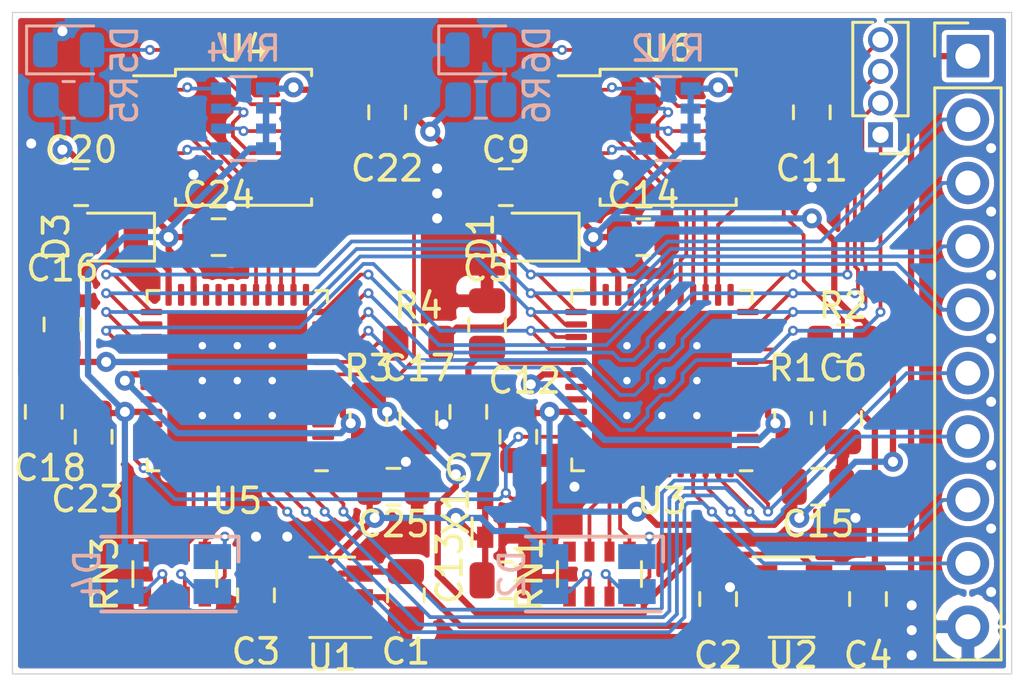
<source format=kicad_pcb>
(kicad_pcb (version 20171130) (host pcbnew 5.1.9-1)
  (layers (0 F.Cu signal) (31 B.Cu signal) (34 B.Paste user) (35 F.Paste user) (36 B.SilkS user) (37 F.SilkS user) (38 B.Mask user) (39 F.Mask user) (44 Edge.Cuts user))
  (net 0 "")
  (net 1 GND)
  (net 2 +5V)
  (net 3 +3V3)
  (net 4 +1V2)
  (net 5 "Net-(D1-Pad1)")
  (net 6 "Net-(R1-Pad1)")
  (net 7 "Net-(U1-Pad4)")
  (net 8 "Net-(U2-Pad4)")
  (net 9 "Net-(U3-Pad44)")
  (net 10 "Net-(U3-Pad43)")
  (net 11 "Net-(U3-Pad42)")
  (net 12 "Net-(U3-Pad38)")
  (net 13 "Net-(U3-Pad37)")
  (net 14 "Net-(U3-Pad36)")
  (net 15 "Net-(U3-Pad34)")
  (net 16 "Net-(U3-Pad32)")
  (net 17 "Net-(U3-Pad31)")
  (net 18 "Net-(U3-Pad19)")
  (net 19 "Net-(U3-Pad18)")
  (net 20 "Net-(U3-Pad13)")
  (net 21 "Net-(U3-Pad6)")
  (net 22 "Net-(U3-Pad4)")
  (net 23 "Net-(U3-Pad3)")
  (net 24 "Net-(U3-Pad2)")
  (net 25 "Net-(D2-Pad3)")
  (net 26 "Net-(D2-Pad2)")
  (net 27 "Net-(D2-Pad1)")
  (net 28 "Net-(RN1-Pad8)")
  (net 29 "Net-(RN1-Pad1)")
  (net 30 /PLL_CLK)
  (net 31 "Net-(RN2-Pad5)")
  (net 32 "Net-(RN2-Pad6)")
  (net 33 "Net-(U3-Pad23)")
  (net 34 "Net-(U3-Pad21)")
  (net 35 "Net-(U3-Pad20)")
  (net 36 "Net-(D3-Pad1)")
  (net 37 "Net-(D4-Pad3)")
  (net 38 "Net-(D4-Pad2)")
  (net 39 "Net-(D4-Pad1)")
  (net 40 /D4)
  (net 41 /D3)
  (net 42 /D2)
  (net 43 /D1)
  (net 44 /Core2/RESET)
  (net 45 "Net-(R3-Pad1)")
  (net 46 /Core1/RESET)
  (net 47 /Core2/RGB_R)
  (net 48 /Core2/RGB_G)
  (net 49 /Core2/RGB_B)
  (net 50 /Core2/FLASH_SS)
  (net 51 /Core2/FLASH_SCK)
  (net 52 /Core1/RGB_R)
  (net 53 /Core1/RGB_G)
  (net 54 "Net-(RN3-Pad8)")
  (net 55 /Core1/RGB_B)
  (net 56 "Net-(RN3-Pad1)")
  (net 57 "Net-(RN4-Pad5)")
  (net 58 "Net-(RN4-Pad6)")
  (net 59 /Core1/FLASH_SS)
  (net 60 /Core1/FLASH_SCK)
  (net 61 /Core2/FLASH_MISO)
  (net 62 /Core2/FLASH_MOSI)
  (net 63 /Core2/DONE)
  (net 64 "Net-(U5-Pad43)")
  (net 65 "Net-(U5-Pad42)")
  (net 66 "Net-(U5-Pad38)")
  (net 67 "Net-(U5-Pad37)")
  (net 68 "Net-(U5-Pad36)")
  (net 69 "Net-(U5-Pad34)")
  (net 70 "Net-(U5-Pad32)")
  (net 71 "Net-(U5-Pad31)")
  (net 72 "Net-(U5-Pad23)")
  (net 73 "Net-(U5-Pad21)")
  (net 74 "Net-(U5-Pad20)")
  (net 75 "Net-(U5-Pad19)")
  (net 76 "Net-(U5-Pad18)")
  (net 77 /Core1/FLASH_MISO)
  (net 78 /Core1/FLASH_MOSI)
  (net 79 "Net-(U5-Pad13)")
  (net 80 /Core1/DONE)
  (net 81 "Net-(U5-Pad6)")
  (net 82 "Net-(U5-Pad4)")
  (net 83 "Net-(U5-Pad3)")
  (net 84 "Net-(U5-Pad2)")
  (net 85 /D8)
  (net 86 /D7)
  (net 87 /D6)
  (net 88 /D5)
  (net 89 /C4)
  (net 90 /C3)
  (net 91 /C2)
  (net 92 /C1)
  (net 93 "Net-(U5-Pad44)")
  (module Resistor_SMD:R_0805_2012Metric (layer B.Cu) (at 149.25 90 180)
    (fp_text reference R6 (at -2.25 0 -90) (layer B.SilkS) (effects (justify mirror)))
    (fp_text value 2K2)
    (pad 2 smd roundrect (at 0.9125 0 180) (size 1.025 1.4) (layers B.Cu B.Paste B.Mask) (roundrect_rratio 0.243902) (net 3 +3V3))
    (pad 1 smd roundrect (at -0.9125 0 180) (size 1.025 1.4) (layers B.Cu B.Paste B.Mask) (roundrect_rratio 0.243902) (net 63 /Core2/DONE))
  )
  (module Resistor_SMD:R_0805_2012Metric (layer B.Cu) (at 132.75 90 180)
    (fp_text reference R5 (at -2.25 0 -90) (layer B.SilkS) (effects (justify mirror)))
    (fp_text value 2K2)
    (pad 2 smd roundrect (at 0.9125 0 180) (size 1.025 1.4) (layers B.Cu B.Paste B.Mask) (roundrect_rratio 0.243902) (net 3 +3V3))
    (pad 1 smd roundrect (at -0.9125 0 180) (size 1.025 1.4) (layers B.Cu B.Paste B.Mask) (roundrect_rratio 0.243902) (net 80 /Core1/DONE))
  )
  (module LED_SMD:LED_0805_2012Metric (layer B.Cu) (at 149.25 88)
    (fp_text reference D6 (at 2.25 0 -90) (layer B.SilkS) (effects (justify mirror)))
    (fp_text value BLU)
    (pad 2 smd roundrect (at 0.9375 0) (size 0.975 1.4) (layers B.Cu B.Paste B.Mask) (net 63 /Core2/DONE))
    (pad 1 smd roundrect (at -0.9375 0) (size 0.975 1.4) (layers B.Cu B.Paste B.Mask) (net 1 GND))
  )
  (module LED_SMD:LED_0805_2012Metric (layer B.Cu) (at 132.75 88)
    (fp_text reference D5 (at 2.25 0 -90) (layer B.SilkS) (effects (justify mirror)))
    (fp_text value BLU)
    (pad 2 smd roundrect (at 0.9375 0) (size 0.975 1.4) (layers B.Cu B.Paste B.Mask) (net 80 /Core1/DONE))
    (pad 1 smd roundrect (at -0.9375 0) (size 0.975 1.4) (layers B.Cu B.Paste B.Mask) (net 1 GND))
  )
  (module Connector_PinHeader_1.27mm:PinHeader_1x04_P1.27mm_Vertical (layer F.Cu) (at 165.25 91.4 180)
    (fp_text reference J2 hide)
    (fp_text value Conn_01x04_Male)
    (pad 4 thru_hole oval (at 0 3.81 180) (size 1 1) (drill 0.65) (layers *.Cu *.Mask) (net 89 /C4))
    (pad 3 thru_hole oval (at 0 2.54 180) (size 1 1) (drill 0.65) (layers *.Cu *.Mask) (net 90 /C3))
    (pad 2 thru_hole oval (at 0 1.27 180) (size 1 1) (drill 0.65) (layers *.Cu *.Mask) (net 91 /C2))
    (pad 1 thru_hole rect (at 0 0 180) (size 1 1) (drill 0.65) (layers *.Cu *.Mask) (net 92 /C1))
  )
  (module Package_SO:SOIC-8_5.23x5.23mm_P1.27mm (layer F.Cu) (at 156.75 91.5)
    (fp_text reference U6 (at 0 -3.56) (layer F.SilkS))
    (fp_text value W25Q32JVSS)
    (pad 8 smd roundrect (at 3.6 -1.905) (size 1.6 0.6) (layers F.Cu F.Paste F.Mask) (net 3 +3V3))
    (pad 7 smd roundrect (at 3.6 -0.635) (size 1.6 0.6) (layers F.Cu F.Paste F.Mask) (net 32 "Net-(RN2-Pad6)"))
    (pad 6 smd roundrect (at 3.6 0.635) (size 1.6 0.6) (layers F.Cu F.Paste F.Mask) (net 51 /Core2/FLASH_SCK))
    (pad 5 smd roundrect (at 3.6 1.905) (size 1.6 0.6) (layers F.Cu F.Paste F.Mask) (net 62 /Core2/FLASH_MOSI))
    (pad 4 smd roundrect (at -3.6 1.905) (size 1.6 0.6) (layers F.Cu F.Paste F.Mask) (net 1 GND))
    (pad 3 smd roundrect (at -3.6 0.635) (size 1.6 0.6) (layers F.Cu F.Paste F.Mask) (net 31 "Net-(RN2-Pad5)"))
    (pad 2 smd roundrect (at -3.6 -0.635) (size 1.6 0.6) (layers F.Cu F.Paste F.Mask) (net 61 /Core2/FLASH_MISO))
    (pad 1 smd roundrect (at -3.6 -1.905) (size 1.6 0.6) (layers F.Cu F.Paste F.Mask) (net 50 /Core2/FLASH_SS))
  )
  (module Package_SO:SOIC-8_5.23x5.23mm_P1.27mm (layer F.Cu) (at 139.75 91.5)
    (fp_text reference U4 (at 0 -3.56) (layer F.SilkS))
    (fp_text value W25Q32JVSS)
    (pad 8 smd roundrect (at 3.6 -1.905) (size 1.6 0.6) (layers F.Cu F.Paste F.Mask) (net 3 +3V3))
    (pad 7 smd roundrect (at 3.6 -0.635) (size 1.6 0.6) (layers F.Cu F.Paste F.Mask) (net 58 "Net-(RN4-Pad6)"))
    (pad 6 smd roundrect (at 3.6 0.635) (size 1.6 0.6) (layers F.Cu F.Paste F.Mask) (net 60 /Core1/FLASH_SCK))
    (pad 5 smd roundrect (at 3.6 1.905) (size 1.6 0.6) (layers F.Cu F.Paste F.Mask) (net 78 /Core1/FLASH_MOSI))
    (pad 4 smd roundrect (at -3.6 1.905) (size 1.6 0.6) (layers F.Cu F.Paste F.Mask) (net 1 GND))
    (pad 3 smd roundrect (at -3.6 0.635) (size 1.6 0.6) (layers F.Cu F.Paste F.Mask) (net 57 "Net-(RN4-Pad5)"))
    (pad 2 smd roundrect (at -3.6 -0.635) (size 1.6 0.6) (layers F.Cu F.Paste F.Mask) (net 77 /Core1/FLASH_MISO))
    (pad 1 smd roundrect (at -3.6 -1.905) (size 1.6 0.6) (layers F.Cu F.Paste F.Mask) (net 59 /Core1/FLASH_SS))
  )
  (module Connector_PinHeader_2.54mm:PinHeader_1x10_P2.54mm_Vertical (layer F.Cu) (at 168.75 88.25)
    (fp_text reference J1 hide)
    (fp_text value Conn_01x10_Male)
    (pad 10 thru_hole oval (at 0 22.86) (size 1.7 1.7) (drill 1) (layers *.Cu *.Mask) (net 1 GND))
    (pad 9 thru_hole oval (at 0 20.32) (size 1.7 1.7) (drill 1) (layers *.Cu *.Mask) (net 85 /D8))
    (pad 8 thru_hole oval (at 0 17.78) (size 1.7 1.7) (drill 1) (layers *.Cu *.Mask) (net 86 /D7))
    (pad 7 thru_hole oval (at 0 15.24) (size 1.7 1.7) (drill 1) (layers *.Cu *.Mask) (net 87 /D6))
    (pad 6 thru_hole oval (at 0 12.7) (size 1.7 1.7) (drill 1) (layers *.Cu *.Mask) (net 88 /D5))
    (pad 5 thru_hole oval (at 0 10.16) (size 1.7 1.7) (drill 1) (layers *.Cu *.Mask) (net 40 /D4))
    (pad 4 thru_hole oval (at 0 7.62) (size 1.7 1.7) (drill 1) (layers *.Cu *.Mask) (net 41 /D3))
    (pad 3 thru_hole oval (at 0 5.08) (size 1.7 1.7) (drill 1) (layers *.Cu *.Mask) (net 42 /D2))
    (pad 2 thru_hole oval (at 0 2.54) (size 1.7 1.7) (drill 1) (layers *.Cu *.Mask) (net 43 /D1))
    (pad 1 thru_hole rect (at 0 0) (size 1.7 1.7) (drill 1) (layers *.Cu *.Mask) (net 2 +5V))
  )
  (module Oscillator:Oscillator_SMD_Abracon_ASDMB-4Pin_2.5x2.0mm (layer F.Cu) (at 150.25 106.75)
    (fp_text reference X1 (at -2 -0.25 90) (layer F.SilkS))
    (fp_text value ASDMB-xxxMHz)
    (pad 4 smd rect (at -0.825 -0.775) (size 0.65 0.85) (layers F.Cu F.Paste F.Mask) (net 3 +3V3))
    (pad 3 smd rect (at 0.825 -0.775) (size 0.65 0.85) (layers F.Cu F.Paste F.Mask) (net 30 /PLL_CLK))
    (pad 2 smd rect (at 0.825 0.775) (size 0.65 0.85) (layers F.Cu F.Paste F.Mask) (net 1 GND))
    (pad 1 smd rect (at -0.825 0.775) (size 0.65 0.85) (layers F.Cu F.Paste F.Mask) (net 3 +3V3))
  )
  (module Package_TO_SOT_SMD:SOT-23-5 (layer F.Cu) (at 161.69 109.92)
    (fp_text reference U2 (at 0.06 2.33) (layer F.SilkS))
    (fp_text value AP2112K-1.2)
    (pad 5 smd rect (at 1.1 -0.95) (size 1.06 0.65) (layers F.Cu F.Paste F.Mask) (net 4 +1V2))
    (pad 4 smd rect (at 1.1 0.95) (size 1.06 0.65) (layers F.Cu F.Paste F.Mask) (net 8 "Net-(U2-Pad4)"))
    (pad 3 smd rect (at -1.1 0.95) (size 1.06 0.65) (layers F.Cu F.Paste F.Mask) (net 2 +5V))
    (pad 2 smd rect (at -1.1 0) (size 1.06 0.65) (layers F.Cu F.Paste F.Mask) (net 1 GND))
    (pad 1 smd rect (at -1.1 -0.95) (size 1.06 0.65) (layers F.Cu F.Paste F.Mask) (net 2 +5V))
  )
  (module Package_TO_SOT_SMD:SOT-23-5 (layer F.Cu) (at 143.3 109.93 180)
    (fp_text reference U1 (at 0 -2.42) (layer F.SilkS))
    (fp_text value AP2112K-3.3)
    (pad 5 smd rect (at 1.1 -0.95 180) (size 1.06 0.65) (layers F.Cu F.Paste F.Mask) (net 3 +3V3))
    (pad 4 smd rect (at 1.1 0.95 180) (size 1.06 0.65) (layers F.Cu F.Paste F.Mask) (net 7 "Net-(U1-Pad4)"))
    (pad 3 smd rect (at -1.1 0.95 180) (size 1.06 0.65) (layers F.Cu F.Paste F.Mask) (net 2 +5V))
    (pad 2 smd rect (at -1.1 0 180) (size 1.06 0.65) (layers F.Cu F.Paste F.Mask) (net 1 GND))
    (pad 1 smd rect (at -1.1 -0.95 180) (size 1.06 0.65) (layers F.Cu F.Paste F.Mask) (net 2 +5V))
  )
  (module Capacitor_SMD:C_0805_2012Metric (layer F.Cu) (at 150.25 109.25)
    (fp_text reference C13 (at -2.25 -0.5 90) (layer F.SilkS))
    (fp_text value 100u)
    (pad 2 smd roundrect (at 0.95 0) (size 1 1.45) (layers F.Cu F.Paste F.Mask) (net 1 GND))
    (pad 1 smd roundrect (at -0.95 0) (size 1 1.45) (layers F.Cu F.Paste F.Mask) (net 3 +3V3))
  )
  (module Capacitor_SMD:C_0805_2012Metric (layer F.Cu) (at 164.75 110 270)
    (fp_text reference C4 (at 2.25 0 180) (layer F.SilkS))
    (fp_text value 1u)
    (pad 2 smd roundrect (at 0.95 0 270) (size 1 1.45) (layers F.Cu F.Paste F.Mask) (net 1 GND))
    (pad 1 smd roundrect (at -0.95 0 270) (size 1 1.45) (layers F.Cu F.Paste F.Mask) (net 4 +1V2))
  )
  (module Capacitor_SMD:C_0805_2012Metric (layer F.Cu) (at 140.25 109.85 90)
    (fp_text reference C3 (at -2.25 0) (layer F.SilkS))
    (fp_text value 10u)
    (pad 2 smd roundrect (at 0.95 0 90) (size 1 1.45) (layers F.Cu F.Paste F.Mask) (net 1 GND))
    (pad 1 smd roundrect (at -0.95 0 90) (size 1 1.45) (layers F.Cu F.Paste F.Mask) (net 3 +3V3))
  )
  (module Capacitor_SMD:C_0805_2012Metric (layer F.Cu) (at 158.75 110 90)
    (fp_text reference C2 (at -2.25 0 180) (layer F.SilkS))
    (fp_text value 1u)
    (pad 2 smd roundrect (at 0.95 0 90) (size 1 1.45) (layers F.Cu F.Paste F.Mask) (net 1 GND))
    (pad 1 smd roundrect (at -0.95 0 90) (size 1 1.45) (layers F.Cu F.Paste F.Mask) (net 2 +5V))
  )
  (module Capacitor_SMD:C_0805_2012Metric (layer F.Cu) (at 146.25 109.85 270)
    (fp_text reference C1 (at 2.25 0) (layer F.SilkS))
    (fp_text value 10u)
    (pad 2 smd roundrect (at 0.95 0 270) (size 1 1.45) (layers F.Cu F.Paste F.Mask) (net 1 GND))
    (pad 1 smd roundrect (at -0.95 0 270) (size 1 1.45) (layers F.Cu F.Paste F.Mask) (net 2 +5V))
  )
  (module Package_DFN_QFN:QFN-48-1EP_7x7mm_P0.5mm_EP5.6x5.6mm (layer F.Cu) (at 139.5 101.25 180)
    (fp_text reference U5 (at 0 -4.82) (layer F.SilkS))
    (fp_text value ICE40UP5K-SG48ITR)
    (pad 49 smd rect (at 0 0 180) (size 5.6 5.6) (layers F.Cu F.Mask) (net 1 GND))
    (pad 48 smd roundrect (at -2.75 -3.4375 180) (size 0.25 0.875) (layers F.Cu F.Paste F.Mask) (net 88 /D5))
    (pad 47 smd roundrect (at -2.25 -3.4375 180) (size 0.25 0.875) (layers F.Cu F.Paste F.Mask) (net 87 /D6))
    (pad 46 smd roundrect (at -1.75 -3.4375 180) (size 0.25 0.875) (layers F.Cu F.Paste F.Mask) (net 86 /D7))
    (pad 45 smd roundrect (at -1.25 -3.4375 180) (size 0.25 0.875) (layers F.Cu F.Paste F.Mask) (net 85 /D8))
    (pad 44 smd roundrect (at -0.75 -3.4375 180) (size 0.25 0.875) (layers F.Cu F.Paste F.Mask) (net 93 "Net-(U5-Pad44)"))
    (pad 43 smd roundrect (at -0.25 -3.4375 180) (size 0.25 0.875) (layers F.Cu F.Paste F.Mask) (net 64 "Net-(U5-Pad43)"))
    (pad 42 smd roundrect (at 0.25 -3.4375 180) (size 0.25 0.875) (layers F.Cu F.Paste F.Mask) (net 65 "Net-(U5-Pad42)"))
    (pad 41 smd roundrect (at 0.75 -3.4375 180) (size 0.25 0.875) (layers F.Cu F.Paste F.Mask) (net 52 /Core1/RGB_R))
    (pad 40 smd roundrect (at 1.25 -3.4375 180) (size 0.25 0.875) (layers F.Cu F.Paste F.Mask) (net 53 /Core1/RGB_G))
    (pad 39 smd roundrect (at 1.75 -3.4375 180) (size 0.25 0.875) (layers F.Cu F.Paste F.Mask) (net 55 /Core1/RGB_B))
    (pad 38 smd roundrect (at 2.25 -3.4375 180) (size 0.25 0.875) (layers F.Cu F.Paste F.Mask) (net 66 "Net-(U5-Pad38)"))
    (pad 37 smd roundrect (at 2.75 -3.4375 180) (size 0.25 0.875) (layers F.Cu F.Paste F.Mask) (net 67 "Net-(U5-Pad37)"))
    (pad 36 smd roundrect (at 3.4375 -2.75 180) (size 0.875 0.25) (layers F.Cu F.Paste F.Mask) (net 68 "Net-(U5-Pad36)"))
    (pad 35 smd roundrect (at 3.4375 -2.25 180) (size 0.875 0.25) (layers F.Cu F.Paste F.Mask) (net 30 /PLL_CLK))
    (pad 34 smd roundrect (at 3.4375 -1.75 180) (size 0.875 0.25) (layers F.Cu F.Paste F.Mask) (net 69 "Net-(U5-Pad34)"))
    (pad 33 smd roundrect (at 3.4375 -1.25 180) (size 0.875 0.25) (layers F.Cu F.Paste F.Mask) (net 3 +3V3))
    (pad 32 smd roundrect (at 3.4375 -0.75 180) (size 0.875 0.25) (layers F.Cu F.Paste F.Mask) (net 70 "Net-(U5-Pad32)"))
    (pad 31 smd roundrect (at 3.4375 -0.25 180) (size 0.875 0.25) (layers F.Cu F.Paste F.Mask) (net 71 "Net-(U5-Pad31)"))
    (pad 30 smd roundrect (at 3.4375 0.25 180) (size 0.875 0.25) (layers F.Cu F.Paste F.Mask) (net 45 "Net-(R3-Pad1)"))
    (pad 29 smd roundrect (at 3.4375 0.75 180) (size 0.875 0.25) (layers F.Cu F.Paste F.Mask) (net 4 +1V2))
    (pad 28 smd roundrect (at 3.4375 1.25 180) (size 0.875 0.25) (layers F.Cu F.Paste F.Mask) (net 40 /D4))
    (pad 27 smd roundrect (at 3.4375 1.75 180) (size 0.875 0.25) (layers F.Cu F.Paste F.Mask) (net 41 /D3))
    (pad 26 smd roundrect (at 3.4375 2.25 180) (size 0.875 0.25) (layers F.Cu F.Paste F.Mask) (net 42 /D2))
    (pad 25 smd roundrect (at 3.4375 2.75 180) (size 0.875 0.25) (layers F.Cu F.Paste F.Mask) (net 43 /D1))
    (pad 24 smd roundrect (at 2.75 3.4375 180) (size 0.25 0.875) (layers F.Cu F.Paste F.Mask) (net 36 "Net-(D3-Pad1)"))
    (pad 23 smd roundrect (at 2.25 3.4375 180) (size 0.25 0.875) (layers F.Cu F.Paste F.Mask) (net 72 "Net-(U5-Pad23)"))
    (pad 22 smd roundrect (at 1.75 3.4375 180) (size 0.25 0.875) (layers F.Cu F.Paste F.Mask) (net 3 +3V3))
    (pad 21 smd roundrect (at 1.25 3.4375 180) (size 0.25 0.875) (layers F.Cu F.Paste F.Mask) (net 73 "Net-(U5-Pad21)"))
    (pad 20 smd roundrect (at 0.75 3.4375 180) (size 0.25 0.875) (layers F.Cu F.Paste F.Mask) (net 74 "Net-(U5-Pad20)"))
    (pad 19 smd roundrect (at 0.25 3.4375 180) (size 0.25 0.875) (layers F.Cu F.Paste F.Mask) (net 75 "Net-(U5-Pad19)"))
    (pad 18 smd roundrect (at -0.25 3.4375 180) (size 0.25 0.875) (layers F.Cu F.Paste F.Mask) (net 76 "Net-(U5-Pad18)"))
    (pad 17 smd roundrect (at -0.75 3.4375 180) (size 0.25 0.875) (layers F.Cu F.Paste F.Mask) (net 77 /Core1/FLASH_MISO))
    (pad 16 smd roundrect (at -1.25 3.4375 180) (size 0.25 0.875) (layers F.Cu F.Paste F.Mask) (net 59 /Core1/FLASH_SS))
    (pad 15 smd roundrect (at -1.75 3.4375 180) (size 0.25 0.875) (layers F.Cu F.Paste F.Mask) (net 60 /Core1/FLASH_SCK))
    (pad 14 smd roundrect (at -2.25 3.4375 180) (size 0.25 0.875) (layers F.Cu F.Paste F.Mask) (net 78 /Core1/FLASH_MOSI))
    (pad 13 smd roundrect (at -2.75 3.4375 180) (size 0.25 0.875) (layers F.Cu F.Paste F.Mask) (net 79 "Net-(U5-Pad13)"))
    (pad 12 smd roundrect (at -3.4375 2.75 180) (size 0.875 0.25) (layers F.Cu F.Paste F.Mask) (net 89 /C4))
    (pad 11 smd roundrect (at -3.4375 2.25 180) (size 0.875 0.25) (layers F.Cu F.Paste F.Mask) (net 90 /C3))
    (pad 10 smd roundrect (at -3.4375 1.75 180) (size 0.875 0.25) (layers F.Cu F.Paste F.Mask) (net 91 /C2))
    (pad 9 smd roundrect (at -3.4375 1.25 180) (size 0.875 0.25) (layers F.Cu F.Paste F.Mask) (net 92 /C1))
    (pad 8 smd roundrect (at -3.4375 0.75 180) (size 0.875 0.25) (layers F.Cu F.Paste F.Mask) (net 46 /Core1/RESET))
    (pad 7 smd roundrect (at -3.4375 0.25 180) (size 0.875 0.25) (layers F.Cu F.Paste F.Mask) (net 80 /Core1/DONE))
    (pad 6 smd roundrect (at -3.4375 -0.25 180) (size 0.875 0.25) (layers F.Cu F.Paste F.Mask) (net 81 "Net-(U5-Pad6)"))
    (pad 5 smd roundrect (at -3.4375 -0.75 180) (size 0.875 0.25) (layers F.Cu F.Paste F.Mask) (net 45 "Net-(R3-Pad1)"))
    (pad 4 smd roundrect (at -3.4375 -1.25 180) (size 0.875 0.25) (layers F.Cu F.Paste F.Mask) (net 82 "Net-(U5-Pad4)"))
    (pad 3 smd roundrect (at -3.4375 -1.75 180) (size 0.875 0.25) (layers F.Cu F.Paste F.Mask) (net 83 "Net-(U5-Pad3)"))
    (pad 2 smd roundrect (at -3.4375 -2.25 180) (size 0.875 0.25) (layers F.Cu F.Paste F.Mask) (net 84 "Net-(U5-Pad2)"))
    (pad 1 smd roundrect (at -3.4375 -2.75 180) (size 0.875 0.25) (layers F.Cu F.Paste F.Mask) (net 3 +3V3))
  )
  (module Package_DFN_QFN:QFN-48-1EP_7x7mm_P0.5mm_EP5.6x5.6mm (layer F.Cu) (at 156.5 101.25 180)
    (fp_text reference U3 (at 0 -4.82) (layer F.SilkS))
    (fp_text value ICE40UP5K-SG48ITR)
    (pad 49 smd rect (at 0 0 180) (size 5.6 5.6) (layers F.Cu F.Mask) (net 1 GND))
    (pad 48 smd roundrect (at -2.75 -3.4375 180) (size 0.25 0.875) (layers F.Cu F.Paste F.Mask) (net 88 /D5))
    (pad 47 smd roundrect (at -2.25 -3.4375 180) (size 0.25 0.875) (layers F.Cu F.Paste F.Mask) (net 87 /D6))
    (pad 46 smd roundrect (at -1.75 -3.4375 180) (size 0.25 0.875) (layers F.Cu F.Paste F.Mask) (net 86 /D7))
    (pad 45 smd roundrect (at -1.25 -3.4375 180) (size 0.25 0.875) (layers F.Cu F.Paste F.Mask) (net 85 /D8))
    (pad 44 smd roundrect (at -0.75 -3.4375 180) (size 0.25 0.875) (layers F.Cu F.Paste F.Mask) (net 9 "Net-(U3-Pad44)"))
    (pad 43 smd roundrect (at -0.25 -3.4375 180) (size 0.25 0.875) (layers F.Cu F.Paste F.Mask) (net 10 "Net-(U3-Pad43)"))
    (pad 42 smd roundrect (at 0.25 -3.4375 180) (size 0.25 0.875) (layers F.Cu F.Paste F.Mask) (net 11 "Net-(U3-Pad42)"))
    (pad 41 smd roundrect (at 0.75 -3.4375 180) (size 0.25 0.875) (layers F.Cu F.Paste F.Mask) (net 47 /Core2/RGB_R))
    (pad 40 smd roundrect (at 1.25 -3.4375 180) (size 0.25 0.875) (layers F.Cu F.Paste F.Mask) (net 48 /Core2/RGB_G))
    (pad 39 smd roundrect (at 1.75 -3.4375 180) (size 0.25 0.875) (layers F.Cu F.Paste F.Mask) (net 49 /Core2/RGB_B))
    (pad 38 smd roundrect (at 2.25 -3.4375 180) (size 0.25 0.875) (layers F.Cu F.Paste F.Mask) (net 12 "Net-(U3-Pad38)"))
    (pad 37 smd roundrect (at 2.75 -3.4375 180) (size 0.25 0.875) (layers F.Cu F.Paste F.Mask) (net 13 "Net-(U3-Pad37)"))
    (pad 36 smd roundrect (at 3.4375 -2.75 180) (size 0.875 0.25) (layers F.Cu F.Paste F.Mask) (net 14 "Net-(U3-Pad36)"))
    (pad 35 smd roundrect (at 3.4375 -2.25 180) (size 0.875 0.25) (layers F.Cu F.Paste F.Mask) (net 30 /PLL_CLK))
    (pad 34 smd roundrect (at 3.4375 -1.75 180) (size 0.875 0.25) (layers F.Cu F.Paste F.Mask) (net 15 "Net-(U3-Pad34)"))
    (pad 33 smd roundrect (at 3.4375 -1.25 180) (size 0.875 0.25) (layers F.Cu F.Paste F.Mask) (net 3 +3V3))
    (pad 32 smd roundrect (at 3.4375 -0.75 180) (size 0.875 0.25) (layers F.Cu F.Paste F.Mask) (net 16 "Net-(U3-Pad32)"))
    (pad 31 smd roundrect (at 3.4375 -0.25 180) (size 0.875 0.25) (layers F.Cu F.Paste F.Mask) (net 17 "Net-(U3-Pad31)"))
    (pad 30 smd roundrect (at 3.4375 0.25 180) (size 0.875 0.25) (layers F.Cu F.Paste F.Mask) (net 6 "Net-(R1-Pad1)"))
    (pad 29 smd roundrect (at 3.4375 0.75 180) (size 0.875 0.25) (layers F.Cu F.Paste F.Mask) (net 4 +1V2))
    (pad 28 smd roundrect (at 3.4375 1.25 180) (size 0.875 0.25) (layers F.Cu F.Paste F.Mask) (net 40 /D4))
    (pad 27 smd roundrect (at 3.4375 1.75 180) (size 0.875 0.25) (layers F.Cu F.Paste F.Mask) (net 41 /D3))
    (pad 26 smd roundrect (at 3.4375 2.25 180) (size 0.875 0.25) (layers F.Cu F.Paste F.Mask) (net 42 /D2))
    (pad 25 smd roundrect (at 3.4375 2.75 180) (size 0.875 0.25) (layers F.Cu F.Paste F.Mask) (net 43 /D1))
    (pad 24 smd roundrect (at 2.75 3.4375 180) (size 0.25 0.875) (layers F.Cu F.Paste F.Mask) (net 5 "Net-(D1-Pad1)"))
    (pad 23 smd roundrect (at 2.25 3.4375 180) (size 0.25 0.875) (layers F.Cu F.Paste F.Mask) (net 33 "Net-(U3-Pad23)"))
    (pad 22 smd roundrect (at 1.75 3.4375 180) (size 0.25 0.875) (layers F.Cu F.Paste F.Mask) (net 3 +3V3))
    (pad 21 smd roundrect (at 1.25 3.4375 180) (size 0.25 0.875) (layers F.Cu F.Paste F.Mask) (net 34 "Net-(U3-Pad21)"))
    (pad 20 smd roundrect (at 0.75 3.4375 180) (size 0.25 0.875) (layers F.Cu F.Paste F.Mask) (net 35 "Net-(U3-Pad20)"))
    (pad 19 smd roundrect (at 0.25 3.4375 180) (size 0.25 0.875) (layers F.Cu F.Paste F.Mask) (net 18 "Net-(U3-Pad19)"))
    (pad 18 smd roundrect (at -0.25 3.4375 180) (size 0.25 0.875) (layers F.Cu F.Paste F.Mask) (net 19 "Net-(U3-Pad18)"))
    (pad 17 smd roundrect (at -0.75 3.4375 180) (size 0.25 0.875) (layers F.Cu F.Paste F.Mask) (net 61 /Core2/FLASH_MISO))
    (pad 16 smd roundrect (at -1.25 3.4375 180) (size 0.25 0.875) (layers F.Cu F.Paste F.Mask) (net 50 /Core2/FLASH_SS))
    (pad 15 smd roundrect (at -1.75 3.4375 180) (size 0.25 0.875) (layers F.Cu F.Paste F.Mask) (net 51 /Core2/FLASH_SCK))
    (pad 14 smd roundrect (at -2.25 3.4375 180) (size 0.25 0.875) (layers F.Cu F.Paste F.Mask) (net 62 /Core2/FLASH_MOSI))
    (pad 13 smd roundrect (at -2.75 3.4375 180) (size 0.25 0.875) (layers F.Cu F.Paste F.Mask) (net 20 "Net-(U3-Pad13)"))
    (pad 12 smd roundrect (at -3.4375 2.75 180) (size 0.875 0.25) (layers F.Cu F.Paste F.Mask) (net 89 /C4))
    (pad 11 smd roundrect (at -3.4375 2.25 180) (size 0.875 0.25) (layers F.Cu F.Paste F.Mask) (net 90 /C3))
    (pad 10 smd roundrect (at -3.4375 1.75 180) (size 0.875 0.25) (layers F.Cu F.Paste F.Mask) (net 91 /C2))
    (pad 9 smd roundrect (at -3.4375 1.25 180) (size 0.875 0.25) (layers F.Cu F.Paste F.Mask) (net 92 /C1))
    (pad 8 smd roundrect (at -3.4375 0.75 180) (size 0.875 0.25) (layers F.Cu F.Paste F.Mask) (net 44 /Core2/RESET))
    (pad 7 smd roundrect (at -3.4375 0.25 180) (size 0.875 0.25) (layers F.Cu F.Paste F.Mask) (net 63 /Core2/DONE))
    (pad 6 smd roundrect (at -3.4375 -0.25 180) (size 0.875 0.25) (layers F.Cu F.Paste F.Mask) (net 21 "Net-(U3-Pad6)"))
    (pad 5 smd roundrect (at -3.4375 -0.75 180) (size 0.875 0.25) (layers F.Cu F.Paste F.Mask) (net 6 "Net-(R1-Pad1)"))
    (pad 4 smd roundrect (at -3.4375 -1.25 180) (size 0.875 0.25) (layers F.Cu F.Paste F.Mask) (net 22 "Net-(U3-Pad4)"))
    (pad 3 smd roundrect (at -3.4375 -1.75 180) (size 0.875 0.25) (layers F.Cu F.Paste F.Mask) (net 23 "Net-(U3-Pad3)"))
    (pad 2 smd roundrect (at -3.4375 -2.25 180) (size 0.875 0.25) (layers F.Cu F.Paste F.Mask) (net 24 "Net-(U3-Pad2)"))
    (pad 1 smd roundrect (at -3.4375 -2.75 180) (size 0.875 0.25) (layers F.Cu F.Paste F.Mask) (net 3 +3V3))
  )
  (module Resistor_SMD:R_Array_Convex_4x0603 (layer B.Cu) (at 139.75 90.75 180)
    (fp_text reference RN4 (at 0 2.8) (layer B.SilkS) (effects (justify mirror)))
    (fp_text value 10K)
    (pad 5 smd rect (at 0.9 -1.2 180) (size 0.8 0.5) (layers B.Cu B.Paste B.Mask) (net 57 "Net-(RN4-Pad5)"))
    (pad 6 smd rect (at 0.9 -0.4 180) (size 0.8 0.4) (layers B.Cu B.Paste B.Mask) (net 58 "Net-(RN4-Pad6)"))
    (pad 8 smd rect (at 0.9 1.2 180) (size 0.8 0.5) (layers B.Cu B.Paste B.Mask) (net 59 /Core1/FLASH_SS))
    (pad 7 smd rect (at 0.9 0.4 180) (size 0.8 0.4) (layers B.Cu B.Paste B.Mask) (net 60 /Core1/FLASH_SCK))
    (pad 4 smd rect (at -0.9 -1.2 180) (size 0.8 0.5) (layers B.Cu B.Paste B.Mask) (net 3 +3V3))
    (pad 2 smd rect (at -0.9 0.4 180) (size 0.8 0.4) (layers B.Cu B.Paste B.Mask) (net 3 +3V3))
    (pad 3 smd rect (at -0.9 -0.4 180) (size 0.8 0.4) (layers B.Cu B.Paste B.Mask) (net 3 +3V3))
    (pad 1 smd rect (at -0.9 1.2 180) (size 0.8 0.5) (layers B.Cu B.Paste B.Mask) (net 3 +3V3))
  )
  (module Resistor_SMD:R_Array_Convex_4x0603 (layer F.Cu) (at 137 109 90)
    (fp_text reference RN3 (at 0 -2.8 90) (layer F.SilkS))
    (fp_text value 330R)
    (pad 5 smd rect (at 0.9 1.2 90) (size 0.8 0.5) (layers F.Cu F.Paste F.Mask) (net 52 /Core1/RGB_R))
    (pad 6 smd rect (at 0.9 0.4 90) (size 0.8 0.4) (layers F.Cu F.Paste F.Mask) (net 53 /Core1/RGB_G))
    (pad 8 smd rect (at 0.9 -1.2 90) (size 0.8 0.5) (layers F.Cu F.Paste F.Mask) (net 54 "Net-(RN3-Pad8)"))
    (pad 7 smd rect (at 0.9 -0.4 90) (size 0.8 0.4) (layers F.Cu F.Paste F.Mask) (net 55 /Core1/RGB_B))
    (pad 4 smd rect (at -0.9 1.2 90) (size 0.8 0.5) (layers F.Cu F.Paste F.Mask) (net 39 "Net-(D4-Pad1)"))
    (pad 2 smd rect (at -0.9 -0.4 90) (size 0.8 0.4) (layers F.Cu F.Paste F.Mask) (net 37 "Net-(D4-Pad3)"))
    (pad 3 smd rect (at -0.9 0.4 90) (size 0.8 0.4) (layers F.Cu F.Paste F.Mask) (net 38 "Net-(D4-Pad2)"))
    (pad 1 smd rect (at -0.9 -1.2 90) (size 0.8 0.5) (layers F.Cu F.Paste F.Mask) (net 56 "Net-(RN3-Pad1)"))
  )
  (module Resistor_SMD:R_Array_Convex_4x0603 (layer B.Cu) (at 156.75 90.75 180)
    (fp_text reference RN2 (at 0 2.8) (layer B.SilkS) (effects (justify mirror)))
    (fp_text value 10K)
    (pad 5 smd rect (at 0.9 -1.2 180) (size 0.8 0.5) (layers B.Cu B.Paste B.Mask) (net 31 "Net-(RN2-Pad5)"))
    (pad 6 smd rect (at 0.9 -0.4 180) (size 0.8 0.4) (layers B.Cu B.Paste B.Mask) (net 32 "Net-(RN2-Pad6)"))
    (pad 8 smd rect (at 0.9 1.2 180) (size 0.8 0.5) (layers B.Cu B.Paste B.Mask) (net 50 /Core2/FLASH_SS))
    (pad 7 smd rect (at 0.9 0.4 180) (size 0.8 0.4) (layers B.Cu B.Paste B.Mask) (net 51 /Core2/FLASH_SCK))
    (pad 4 smd rect (at -0.9 -1.2 180) (size 0.8 0.5) (layers B.Cu B.Paste B.Mask) (net 3 +3V3))
    (pad 2 smd rect (at -0.9 0.4 180) (size 0.8 0.4) (layers B.Cu B.Paste B.Mask) (net 3 +3V3))
    (pad 3 smd rect (at -0.9 -0.4 180) (size 0.8 0.4) (layers B.Cu B.Paste B.Mask) (net 3 +3V3))
    (pad 1 smd rect (at -0.9 1.2 180) (size 0.8 0.5) (layers B.Cu B.Paste B.Mask) (net 3 +3V3))
  )
  (module Resistor_SMD:R_Array_Convex_4x0603 (layer F.Cu) (at 154 109 90)
    (fp_text reference RN1 (at 0 -2.8 90) (layer F.SilkS))
    (fp_text value 330R)
    (pad 5 smd rect (at 0.9 1.2 90) (size 0.8 0.5) (layers F.Cu F.Paste F.Mask) (net 47 /Core2/RGB_R))
    (pad 6 smd rect (at 0.9 0.4 90) (size 0.8 0.4) (layers F.Cu F.Paste F.Mask) (net 48 /Core2/RGB_G))
    (pad 8 smd rect (at 0.9 -1.2 90) (size 0.8 0.5) (layers F.Cu F.Paste F.Mask) (net 28 "Net-(RN1-Pad8)"))
    (pad 7 smd rect (at 0.9 -0.4 90) (size 0.8 0.4) (layers F.Cu F.Paste F.Mask) (net 49 /Core2/RGB_B))
    (pad 4 smd rect (at -0.9 1.2 90) (size 0.8 0.5) (layers F.Cu F.Paste F.Mask) (net 27 "Net-(D2-Pad1)"))
    (pad 2 smd rect (at -0.9 -0.4 90) (size 0.8 0.4) (layers F.Cu F.Paste F.Mask) (net 25 "Net-(D2-Pad3)"))
    (pad 3 smd rect (at -0.9 0.4 90) (size 0.8 0.4) (layers F.Cu F.Paste F.Mask) (net 26 "Net-(D2-Pad2)"))
    (pad 1 smd rect (at -0.9 -1.2 90) (size 0.8 0.5) (layers F.Cu F.Paste F.Mask) (net 29 "Net-(RN1-Pad1)"))
  )
  (module Resistor_SMD:R_0805_2012Metric (layer F.Cu) (at 146.75 99.75 180)
    (fp_text reference R4 (at 0 1.5) (layer F.SilkS))
    (fp_text value 10K)
    (pad 2 smd roundrect (at 0.9125 0 180) (size 1.025 1.4) (layers F.Cu F.Paste F.Mask) (roundrect_rratio 0.243902) (net 46 /Core1/RESET))
    (pad 1 smd roundrect (at -0.9125 0 180) (size 1.025 1.4) (layers F.Cu F.Paste F.Mask) (roundrect_rratio 0.243902) (net 3 +3V3))
  )
  (module Resistor_SMD:R_0805_2012Metric (layer F.Cu) (at 144.75 102.75 90)
    (fp_text reference R3 (at 2 0 180) (layer F.SilkS))
    (fp_text value 100R)
    (pad 2 smd roundrect (at 0.9125 0 90) (size 1.025 1.4) (layers F.Cu F.Paste F.Mask) (roundrect_rratio 0.243902) (net 4 +1V2))
    (pad 1 smd roundrect (at -0.9125 0 90) (size 1.025 1.4) (layers F.Cu F.Paste F.Mask) (roundrect_rratio 0.243902) (net 45 "Net-(R3-Pad1)"))
  )
  (module Resistor_SMD:R_0805_2012Metric (layer F.Cu) (at 163.75 99.75 180)
    (fp_text reference R2 (at 0 1.5) (layer F.SilkS))
    (fp_text value 10K)
    (pad 2 smd roundrect (at 0.9125 0 180) (size 1.025 1.4) (layers F.Cu F.Paste F.Mask) (roundrect_rratio 0.243902) (net 44 /Core2/RESET))
    (pad 1 smd roundrect (at -0.9125 0 180) (size 1.025 1.4) (layers F.Cu F.Paste F.Mask) (roundrect_rratio 0.243902) (net 3 +3V3))
  )
  (module Resistor_SMD:R_0805_2012Metric (layer F.Cu) (at 161.75 102.75 90)
    (fp_text reference R1 (at 2 0 180) (layer F.SilkS))
    (fp_text value 100R)
    (pad 2 smd roundrect (at 0.9125 0 90) (size 1.025 1.4) (layers F.Cu F.Paste F.Mask) (roundrect_rratio 0.243902) (net 4 +1V2))
    (pad 1 smd roundrect (at -0.9125 0 90) (size 1.025 1.4) (layers F.Cu F.Paste F.Mask) (roundrect_rratio 0.243902) (net 6 "Net-(R1-Pad1)"))
  )
  (module LED_SMD:LED_RGB_1210 (layer B.Cu) (at 136.75 109 180)
    (fp_text reference D4 (at 3.25 0 270) (layer B.SilkS) (effects (justify mirror)))
    (fp_text value LED_RGBA)
    (pad 3 smd rect (at 1.75 -0.7) (size 1.5 1) (layers B.Cu B.Paste B.Mask) (net 37 "Net-(D4-Pad3)"))
    (pad 4 smd rect (at 1.75 0.7) (size 1.5 1) (layers B.Cu B.Paste B.Mask) (net 3 +3V3))
    (pad 2 smd rect (at -1.75 -0.7) (size 1.5 1) (layers B.Cu B.Paste B.Mask) (net 38 "Net-(D4-Pad2)"))
    (pad 1 smd rect (at -1.75 0.7) (size 1.5 1) (layers B.Cu B.Paste B.Mask) (net 39 "Net-(D4-Pad1)"))
  )
  (module Diode_SMD:D_0805_2012Metric (layer F.Cu) (at 134.5 95.5 180)
    (fp_text reference D3 (at 2.25 0 90) (layer F.SilkS))
    (fp_text value D_Schottky)
    (pad 2 smd roundrect (at 0.9375 0 180) (size 0.975 1.4) (layers F.Cu F.Paste F.Mask) (net 3 +3V3))
    (pad 1 smd roundrect (at -0.9375 0 180) (size 0.975 1.4) (layers F.Cu F.Paste F.Mask) (net 36 "Net-(D3-Pad1)"))
  )
  (module LED_SMD:LED_RGB_1210 (layer B.Cu) (at 153.75 109 180)
    (fp_text reference D2 (at 3.25 0 270) (layer B.SilkS) (effects (justify mirror)))
    (fp_text value LED_RGBA)
    (pad 3 smd rect (at 1.75 -0.7) (size 1.5 1) (layers B.Cu B.Paste B.Mask) (net 25 "Net-(D2-Pad3)"))
    (pad 4 smd rect (at 1.75 0.7) (size 1.5 1) (layers B.Cu B.Paste B.Mask) (net 3 +3V3))
    (pad 2 smd rect (at -1.75 -0.7) (size 1.5 1) (layers B.Cu B.Paste B.Mask) (net 26 "Net-(D2-Pad2)"))
    (pad 1 smd rect (at -1.75 0.7) (size 1.5 1) (layers B.Cu B.Paste B.Mask) (net 27 "Net-(D2-Pad1)"))
  )
  (module Diode_SMD:D_0805_2012Metric (layer F.Cu) (at 151.5 95.5 180)
    (fp_text reference D1 (at 2.25 0 90) (layer F.SilkS))
    (fp_text value D_Schottky)
    (pad 2 smd roundrect (at 0.9375 0 180) (size 0.975 1.4) (layers F.Cu F.Paste F.Mask) (net 3 +3V3))
    (pad 1 smd roundrect (at -0.9375 0 180) (size 0.975 1.4) (layers F.Cu F.Paste F.Mask) (net 5 "Net-(D1-Pad1)"))
  )
  (module Capacitor_SMD:C_0805_2012Metric (layer F.Cu) (at 145.75 105.5)
    (fp_text reference C25 (at 0 1.5) (layer F.SilkS))
    (fp_text value 100u)
    (pad 2 smd roundrect (at 0.95 0) (size 1 1.45) (layers F.Cu F.Paste F.Mask) (net 1 GND))
    (pad 1 smd roundrect (at -0.95 0) (size 1 1.45) (layers F.Cu F.Paste F.Mask) (net 3 +3V3))
  )
  (module Capacitor_SMD:C_0805_2012Metric (layer F.Cu) (at 138.75 95.5)
    (fp_text reference C24 (at 0 -1.68) (layer F.SilkS))
    (fp_text value 100u)
    (pad 2 smd roundrect (at 0.95 0) (size 1 1.45) (layers F.Cu F.Paste F.Mask) (net 1 GND))
    (pad 1 smd roundrect (at -0.95 0) (size 1 1.45) (layers F.Cu F.Paste F.Mask) (net 3 +3V3))
  )
  (module Capacitor_SMD:C_0805_2012Metric (layer F.Cu) (at 133.75 103.5 270)
    (fp_text reference C23 (at 2.5 0.25 180) (layer F.SilkS))
    (fp_text value 100u)
    (pad 2 smd roundrect (at 0.95 0 270) (size 1 1.45) (layers F.Cu F.Paste F.Mask) (net 1 GND))
    (pad 1 smd roundrect (at -0.95 0 270) (size 1 1.45) (layers F.Cu F.Paste F.Mask) (net 3 +3V3))
  )
  (module Capacitor_SMD:C_0805_2012Metric (layer F.Cu) (at 145.5 90.5 270)
    (fp_text reference C22 (at 2.25 0 180) (layer F.SilkS))
    (fp_text value 100u)
    (pad 2 smd roundrect (at 0.95 0 270) (size 1 1.45) (layers F.Cu F.Paste F.Mask) (net 1 GND))
    (pad 1 smd roundrect (at -0.95 0 270) (size 1 1.45) (layers F.Cu F.Paste F.Mask) (net 3 +3V3))
  )
  (module Capacitor_SMD:C_0805_2012Metric (layer F.Cu) (at 133.25 93.5 180)
    (fp_text reference C20 (at 0 1.5) (layer F.SilkS))
    (fp_text value 100u)
    (pad 2 smd roundrect (at 0.95 0 180) (size 1 1.45) (layers F.Cu F.Paste F.Mask) (net 1 GND))
    (pad 1 smd roundrect (at -0.95 0 180) (size 1 1.45) (layers F.Cu F.Paste F.Mask) (net 3 +3V3))
  )
  (module Capacitor_SMD:C_0805_2012Metric (layer F.Cu) (at 131.75 102.5 270)
    (fp_text reference C18 (at 2.25 -0.25 180) (layer F.SilkS))
    (fp_text value 10u)
    (pad 2 smd roundrect (at 0.95 0 270) (size 1 1.45) (layers F.Cu F.Paste F.Mask) (net 1 GND))
    (pad 1 smd roundrect (at -0.95 0 270) (size 1 1.45) (layers F.Cu F.Paste F.Mask) (net 4 +1V2))
  )
  (module Capacitor_SMD:C_0805_2012Metric (layer F.Cu) (at 146.75 102.75 270)
    (fp_text reference C17 (at -2 0 180) (layer F.SilkS))
    (fp_text value 100u)
    (pad 2 smd roundrect (at 0.95 0 270) (size 1 1.45) (layers F.Cu F.Paste F.Mask) (net 1 GND))
    (pad 1 smd roundrect (at -0.95 0 270) (size 1 1.45) (layers F.Cu F.Paste F.Mask) (net 4 +1V2))
  )
  (module Capacitor_SMD:C_0805_2012Metric (layer F.Cu) (at 132.5 99 90)
    (fp_text reference C16 (at 2.25 0 180) (layer F.SilkS))
    (fp_text value 100u)
    (pad 2 smd roundrect (at 0.95 0 90) (size 1 1.45) (layers F.Cu F.Paste F.Mask) (net 1 GND))
    (pad 1 smd roundrect (at -0.95 0 90) (size 1 1.45) (layers F.Cu F.Paste F.Mask) (net 4 +1V2))
  )
  (module Capacitor_SMD:C_0805_2012Metric (layer F.Cu) (at 162.75 105.5)
    (fp_text reference C15 (at 0 1.5) (layer F.SilkS))
    (fp_text value 100u)
    (pad 2 smd roundrect (at 0.95 0) (size 1 1.45) (layers F.Cu F.Paste F.Mask) (net 1 GND))
    (pad 1 smd roundrect (at -0.95 0) (size 1 1.45) (layers F.Cu F.Paste F.Mask) (net 3 +3V3))
  )
  (module Capacitor_SMD:C_0805_2012Metric (layer F.Cu) (at 155.75 95.5)
    (fp_text reference C14 (at 0 -1.68) (layer F.SilkS))
    (fp_text value 100u)
    (pad 1 smd roundrect (at -0.95 0) (size 1 1.45) (layers F.Cu F.Paste F.Mask) (net 3 +3V3))
    (pad 2 smd roundrect (at 0.95 0) (size 1 1.45) (layers F.Cu F.Paste F.Mask) (net 1 GND))
  )
  (module Capacitor_SMD:C_0805_2012Metric (layer F.Cu) (at 150.75 103.5 270)
    (fp_text reference C12 (at -2.25 -0.25 180) (layer F.SilkS))
    (fp_text value 100u)
    (pad 2 smd roundrect (at 0.95 0 270) (size 1 1.45) (layers F.Cu F.Paste F.Mask) (net 1 GND))
    (pad 1 smd roundrect (at -0.95 0 270) (size 1 1.45) (layers F.Cu F.Paste F.Mask) (net 3 +3V3))
  )
  (module Capacitor_SMD:C_0805_2012Metric (layer F.Cu) (at 162.5 90.5 270)
    (fp_text reference C11 (at 2.25 0 180) (layer F.SilkS))
    (fp_text value 100u)
    (pad 2 smd roundrect (at 0.95 0 270) (size 1 1.45) (layers F.Cu F.Paste F.Mask) (net 1 GND))
    (pad 1 smd roundrect (at -0.95 0 270) (size 1 1.45) (layers F.Cu F.Paste F.Mask) (net 3 +3V3))
  )
  (module Capacitor_SMD:C_0805_2012Metric (layer F.Cu) (at 150.25 93.5 180)
    (fp_text reference C9 (at 0 1.5) (layer F.SilkS))
    (fp_text value 100u)
    (pad 2 smd roundrect (at 0.95 0 180) (size 1 1.45) (layers F.Cu F.Paste F.Mask) (net 1 GND))
    (pad 1 smd roundrect (at -0.95 0 180) (size 1 1.45) (layers F.Cu F.Paste F.Mask) (net 3 +3V3))
  )
  (module Capacitor_SMD:C_0805_2012Metric (layer F.Cu) (at 148.75 102.5 270)
    (fp_text reference C7 (at 2.25 0 180) (layer F.SilkS))
    (fp_text value 10u)
    (pad 2 smd roundrect (at 0.95 0 270) (size 1 1.45) (layers F.Cu F.Paste F.Mask) (net 1 GND))
    (pad 1 smd roundrect (at -0.95 0 270) (size 1 1.45) (layers F.Cu F.Paste F.Mask) (net 4 +1V2))
  )
  (module Capacitor_SMD:C_0805_2012Metric (layer F.Cu) (at 163.75 102.75 270)
    (fp_text reference C6 (at -2 0 180) (layer F.SilkS))
    (fp_text value 100u)
    (pad 2 smd roundrect (at 0.95 0 270) (size 1 1.45) (layers F.Cu F.Paste F.Mask) (net 1 GND))
    (pad 1 smd roundrect (at -0.95 0 270) (size 1 1.45) (layers F.Cu F.Paste F.Mask) (net 4 +1V2))
  )
  (module Capacitor_SMD:C_0805_2012Metric (layer F.Cu) (at 149.5 99 90)
    (fp_text reference C5 (at 2.25 0 180) (layer F.SilkS))
    (fp_text value 100u)
    (pad 2 smd roundrect (at 0.95 0 90) (size 1 1.45) (layers F.Cu F.Paste F.Mask) (net 1 GND))
    (pad 1 smd roundrect (at -0.95 0 90) (size 1 1.45) (layers F.Cu F.Paste F.Mask) (net 4 +1V2))
  )
  (gr_line (start 130.5 86.5) (end 170.5 86.5) (layer Edge.Cuts) (width 0.05))
  (gr_line (start 130.5 113) (end 130.5 86.5) (layer Edge.Cuts) (width 0.05))
  (gr_line (start 170.5 113) (end 130.5 113) (layer Edge.Cuts) (width 0.05))
  (gr_line (start 170.5 86.5) (end 170.5 113) (layer Edge.Cuts) (width 0.05))
  (via (at 169.68 109.716) (size 0.8) (drill 0.4) (layers F.Cu B.Cu) (net 1))
  (via (at 169.68 107.176) (size 0.8) (drill 0.4) (layers F.Cu B.Cu) (net 1))
  (via (at 169.68 104.636) (size 0.8) (drill 0.4) (layers F.Cu B.Cu) (net 1))
  (via (at 169.68 102.096) (size 0.8) (drill 0.4) (layers F.Cu B.Cu) (net 1))
  (via (at 169.68 99.556) (size 0.8) (drill 0.4) (layers F.Cu B.Cu) (net 1))
  (via (at 169.68 97.016) (size 0.8) (drill 0.4) (layers F.Cu B.Cu) (net 1))
  (via (at 169.68 94.476) (size 0.8) (drill 0.4) (layers F.Cu B.Cu) (net 1))
  (via (at 169.68 91.936) (size 0.8) (drill 0.4) (layers F.Cu B.Cu) (net 1))
  (via (at 145.5 102.5) (size 0.8) (drill 0.4) (layers F.Cu B.Cu) (net 4))
  (via (at 157.9 102.65) (size 0.6) (drill 0.3) (layers F.Cu B.Cu) (net 1))
  (via (at 156.5 102.65) (size 0.6) (drill 0.3) (layers F.Cu B.Cu) (net 1))
  (via (at 155.1 102.65) (size 0.6) (drill 0.3) (layers F.Cu B.Cu) (net 1))
  (via (at 155.1 101.25) (size 0.6) (drill 0.3) (layers F.Cu B.Cu) (net 1))
  (via (at 156.5 101.25) (size 0.6) (drill 0.3) (layers F.Cu B.Cu) (net 1))
  (via (at 157.9 101.25) (size 0.6) (drill 0.3) (layers F.Cu B.Cu) (net 1))
  (via (at 157.9 99.85) (size 0.6) (drill 0.3) (layers F.Cu B.Cu) (net 1))
  (via (at 156.5 99.85) (size 0.6) (drill 0.3) (layers F.Cu B.Cu) (net 1))
  (via (at 155.1 99.85) (size 0.6) (drill 0.3) (layers F.Cu B.Cu) (net 1))
  (via (at 138.1 102.65) (size 0.6) (drill 0.3) (layers F.Cu B.Cu) (net 1))
  (via (at 139.5 102.65) (size 0.6) (drill 0.3) (layers F.Cu B.Cu) (net 1))
  (via (at 140.9 102.65) (size 0.6) (drill 0.3) (layers F.Cu B.Cu) (net 1))
  (via (at 140.9 101.25) (size 0.6) (drill 0.3) (layers F.Cu B.Cu) (net 1))
  (via (at 139.5 101.25) (size 0.6) (drill 0.3) (layers F.Cu B.Cu) (net 1))
  (via (at 138.1 101.25) (size 0.6) (drill 0.3) (layers F.Cu B.Cu) (net 1))
  (via (at 138.1 99.85) (size 0.6) (drill 0.3) (layers F.Cu B.Cu) (net 1))
  (via (at 139.5 99.85) (size 0.6) (drill 0.3) (layers F.Cu B.Cu) (net 1))
  (via (at 140.9 99.85) (size 0.6) (drill 0.3) (layers F.Cu B.Cu) (net 1))
  (via (at 137.75 93) (size 0.8) (drill 0.4) (layers F.Cu B.Cu) (net 1))
  (via (at 139.25 94.25) (size 0.8) (drill 0.4) (layers F.Cu B.Cu) (net 1))
  (via (at 146.25 104.5) (size 0.8) (drill 0.4) (layers F.Cu B.Cu) (net 1))
  (segment (start 146.25 104.2) (end 146.75 103.7) (width 0.25) (layer F.Cu) (net 1))
  (segment (start 146.25 104.5) (end 146.25 104.2) (width 0.25) (layer F.Cu) (net 1))
  (segment (start 146.25 105.05) (end 146.7 105.5) (width 0.25) (layer F.Cu) (net 1))
  (segment (start 146.25 104.5) (end 146.25 105.05) (width 0.25) (layer F.Cu) (net 1))
  (via (at 141.5 107.5) (size 0.8) (drill 0.4) (layers F.Cu B.Cu) (net 1))
  (via (at 140.25 107.5) (size 0.8) (drill 0.4) (layers F.Cu B.Cu) (net 1))
  (segment (start 145.38 109.93) (end 146.25 110.8) (width 0.25) (layer F.Cu) (net 1))
  (segment (start 144.4 109.93) (end 145.38 109.93) (width 0.25) (layer F.Cu) (net 1))
  (segment (start 148.5 103.7) (end 148.75 103.45) (width 0.25) (layer F.Cu) (net 1))
  (segment (start 146.75 103.7) (end 148.5 103.7) (width 0.25) (layer F.Cu) (net 1))
  (segment (start 149.75 103.45) (end 150.75 104.45) (width 0.25) (layer F.Cu) (net 1))
  (segment (start 148.75 103.45) (end 149.75 103.45) (width 0.25) (layer F.Cu) (net 1))
  (segment (start 159.62 109.92) (end 160.59 109.92) (width 0.25) (layer F.Cu) (net 1))
  (segment (start 159.225 109.525) (end 159.62 109.92) (width 0.25) (layer F.Cu) (net 1))
  (via (at 159.225 109.525) (size 0.8) (drill 0.4) (layers F.Cu B.Cu) (net 1))
  (via (at 166.5 110.25) (size 0.8) (drill 0.4) (layers F.Cu B.Cu) (net 1))
  (via (at 166.5 111.25) (size 0.8) (drill 0.4) (layers F.Cu B.Cu) (net 1))
  (via (at 166.5 112.25) (size 0.8) (drill 0.4) (layers F.Cu B.Cu) (net 1))
  (via (at 164.25 106.75) (size 0.8) (drill 0.4) (layers F.Cu B.Cu) (net 1))
  (segment (start 164.25 106.05) (end 163.7 105.5) (width 0.25) (layer F.Cu) (net 1))
  (segment (start 164.25 106.75) (end 164.25 106.05) (width 0.25) (layer F.Cu) (net 1))
  (segment (start 158.75 109.05) (end 159.225 109.525) (width 0.25) (layer F.Cu) (net 1))
  (via (at 147.75 103) (size 0.8) (drill 0.4) (layers F.Cu B.Cu) (net 1))
  (segment (start 147.05 103.7) (end 147.75 103) (width 0.25) (layer F.Cu) (net 1))
  (segment (start 146.75 103.7) (end 147.05 103.7) (width 0.25) (layer F.Cu) (net 1))
  (segment (start 148.3 103) (end 148.75 103.45) (width 0.25) (layer F.Cu) (net 1))
  (segment (start 147.75 103) (end 148.3 103) (width 0.25) (layer F.Cu) (net 1))
  (via (at 154.75 93) (size 0.8) (drill 0.4) (layers F.Cu B.Cu) (net 1))
  (via (at 153 105.5) (size 0.8) (drill 0.4) (layers F.Cu B.Cu) (net 1))
  (via (at 162.5 93.5) (size 0.8) (drill 0.4) (layers F.Cu B.Cu) (net 1))
  (via (at 147.5 92.75) (size 0.8) (drill 0.4) (layers F.Cu B.Cu) (net 1))
  (via (at 147.5 93.75) (size 0.8) (drill 0.4) (layers F.Cu B.Cu) (net 1))
  (via (at 147.5 94.75) (size 0.8) (drill 0.4) (layers F.Cu B.Cu) (net 1))
  (segment (start 146.8 92.75) (end 147.5 92.75) (width 0.25) (layer F.Cu) (net 1))
  (segment (start 145.5 91.45) (end 146.8 92.75) (width 0.25) (layer F.Cu) (net 1))
  (segment (start 145.5 91.75) (end 145.5 91.45) (width 0.25) (layer F.Cu) (net 1))
  (segment (start 147.5 93.75) (end 145.5 91.75) (width 0.25) (layer F.Cu) (net 1))
  (via (at 132.5 87.25) (size 0.8) (drill 0.4) (layers F.Cu B.Cu) (net 1))
  (segment (start 132.5 87.3125) (end 131.8125 88) (width 0.25) (layer B.Cu) (net 1))
  (segment (start 132.5 87.25) (end 132.5 87.3125) (width 0.25) (layer B.Cu) (net 1))
  (via (at 131.25 91.75) (size 0.8) (drill 0.4) (layers F.Cu B.Cu) (net 1))
  (via (at 158.75 89.5) (size 0.8) (drill 0.4) (layers F.Cu B.Cu) (net 3))
  (segment (start 160.51 110.95) (end 160.59 110.87) (width 0.25) (layer F.Cu) (net 2))
  (segment (start 158.75 110.95) (end 160.51 110.95) (width 0.25) (layer F.Cu) (net 2))
  (segment (start 144.48 108.9) (end 144.4 108.98) (width 0.25) (layer F.Cu) (net 2))
  (segment (start 146.25 108.9) (end 144.48 108.9) (width 0.25) (layer F.Cu) (net 2))
  (segment (start 161.37 108.97) (end 160.59 108.97) (width 0.25) (layer F.Cu) (net 2))
  (segment (start 161.445001 109.045001) (end 161.37 108.97) (width 0.25) (layer F.Cu) (net 2))
  (segment (start 161.37 110.87) (end 161.445001 110.794999) (width 0.25) (layer F.Cu) (net 2))
  (segment (start 160.59 110.87) (end 161.37 110.87) (width 0.25) (layer F.Cu) (net 2))
  (segment (start 143.62 110.88) (end 144.4 110.88) (width 0.25) (layer F.Cu) (net 2))
  (segment (start 143.544999 110.804999) (end 143.62 110.88) (width 0.25) (layer F.Cu) (net 2))
  (segment (start 143.544999 109.055001) (end 143.544999 110.804999) (width 0.25) (layer F.Cu) (net 2))
  (segment (start 143.62 108.98) (end 143.544999 109.055001) (width 0.25) (layer F.Cu) (net 2))
  (segment (start 144.4 108.98) (end 143.62 108.98) (width 0.25) (layer F.Cu) (net 2))
  (segment (start 160.6 108.96) (end 160.59 108.97) (width 0.25) (layer F.Cu) (net 2))
  (segment (start 158.624989 111.075011) (end 158.75 110.95) (width 0.25) (layer F.Cu) (net 2))
  (segment (start 148.425011 111.075011) (end 158.624989 111.075011) (width 0.25) (layer F.Cu) (net 2))
  (segment (start 146.25 108.9) (end 148.425011 111.075011) (width 0.25) (layer F.Cu) (net 2))
  (segment (start 166.475001 109.024999) (end 165.554999 109.945001) (width 0.25) (layer F.Cu) (net 2))
  (segment (start 165.554999 109.945001) (end 161.445001 109.945001) (width 0.25) (layer F.Cu) (net 2))
  (segment (start 166.475001 89.424999) (end 166.475001 109.024999) (width 0.25) (layer F.Cu) (net 2))
  (segment (start 167.65 88.25) (end 166.475001 89.424999) (width 0.25) (layer F.Cu) (net 2))
  (segment (start 168.75 88.25) (end 167.65 88.25) (width 0.25) (layer F.Cu) (net 2))
  (segment (start 161.445001 109.945001) (end 161.445001 109.045001) (width 0.25) (layer F.Cu) (net 2))
  (segment (start 161.445001 110.794999) (end 161.445001 109.945001) (width 0.25) (layer F.Cu) (net 2))
  (segment (start 142.25 104.6875) (end 143.75 106.1875) (width 0.15) (layer F.Cu) (net 88))
  (segment (start 143.75 106.1875) (end 143.75 106.5) (width 0.15) (layer F.Cu) (net 88))
  (segment (start 144.4375 97) (end 144.75 97) (width 0.15) (layer F.Cu) (net 89))
  (segment (start 142.9375 98.5) (end 144.4375 97) (width 0.15) (layer F.Cu) (net 89))
  (segment (start 141.75 105.125) (end 143 106.375) (width 0.15) (layer F.Cu) (net 87))
  (segment (start 141.75 104.6875) (end 141.75 105.125) (width 0.15) (layer F.Cu) (net 87))
  (segment (start 143 106.375) (end 143 106.5) (width 0.15) (layer F.Cu) (net 87))
  (segment (start 144.625 97.75) (end 144.75 97.75) (width 0.15) (layer F.Cu) (net 90))
  (segment (start 142.9375 99) (end 143.375 99) (width 0.15) (layer F.Cu) (net 90))
  (segment (start 143.375 99) (end 144.625 97.75) (width 0.15) (layer F.Cu) (net 90))
  (segment (start 141.25 104.6875) (end 141.25 105.5) (width 0.15) (layer F.Cu) (net 86))
  (segment (start 141.25 105.5) (end 142.25 106.5) (width 0.15) (layer F.Cu) (net 86))
  (segment (start 142.9375 99.5) (end 143.75 99.5) (width 0.15) (layer F.Cu) (net 91))
  (segment (start 143.75 99.5) (end 144.75 98.5) (width 0.15) (layer F.Cu) (net 91))
  (segment (start 140.75 104.6875) (end 140.75 105.75) (width 0.15) (layer F.Cu) (net 85))
  (segment (start 140.75 105.75) (end 141.5 106.5) (width 0.15) (layer F.Cu) (net 85))
  (segment (start 142.9375 100) (end 144 100) (width 0.15) (layer F.Cu) (net 92))
  (segment (start 144 100) (end 144.75 99.25) (width 0.15) (layer F.Cu) (net 92))
  (segment (start 135 100) (end 134.25 99.25) (width 0.15) (layer F.Cu) (net 40))
  (segment (start 136.0625 100) (end 135 100) (width 0.15) (layer F.Cu) (net 40))
  (segment (start 135.25 99.5) (end 134.25 98.5) (width 0.15) (layer F.Cu) (net 41))
  (segment (start 136.0625 99.5) (end 135.25 99.5) (width 0.15) (layer F.Cu) (net 41))
  (segment (start 135.625 99) (end 134.375 97.75) (width 0.15) (layer F.Cu) (net 42))
  (segment (start 136.0625 99) (end 135.625 99) (width 0.15) (layer F.Cu) (net 42))
  (segment (start 134.375 97.75) (end 134.25 97.75) (width 0.15) (layer F.Cu) (net 42))
  (segment (start 136.0625 102.5) (end 135 102.5) (width 0.25) (layer F.Cu) (net 3))
  (segment (start 136.75 95.5) (end 136.75 95.5) (width 0.25) (layer F.Cu) (net 3))
  (via (at 136.75 95.5) (size 0.8) (drill 0.4) (layers F.Cu B.Cu) (net 3))
  (segment (start 154.75 97) (end 153.75 96) (width 0.25) (layer F.Cu) (net 3))
  (segment (start 154.75 97.8125) (end 154.75 97) (width 0.25) (layer F.Cu) (net 3))
  (segment (start 153.75 96) (end 153.75 95.5) (width 0.25) (layer F.Cu) (net 3))
  (segment (start 153.75 95.5) (end 153.75 95.5) (width 0.25) (layer F.Cu) (net 3))
  (via (at 153.75 95.5) (size 0.8) (drill 0.4) (layers F.Cu B.Cu) (net 3))
  (segment (start 153.0625 102.5) (end 152 102.5) (width 0.25) (layer F.Cu) (net 3))
  (segment (start 136.75 96) (end 136.75 95.5) (width 0.25) (layer F.Cu) (net 3))
  (segment (start 137.75 97) (end 136.75 96) (width 0.25) (layer F.Cu) (net 3))
  (segment (start 137.75 97.8125) (end 137.75 97) (width 0.25) (layer F.Cu) (net 3))
  (segment (start 149.425 105.975) (end 149.425 107.525) (width 0.25) (layer F.Cu) (net 3))
  (segment (start 149.425 109.125) (end 149.3 109.25) (width 0.25) (layer F.Cu) (net 3))
  (segment (start 149.425 107.525) (end 149.425 109.125) (width 0.25) (layer F.Cu) (net 3))
  (segment (start 140.33 110.88) (end 140.25 110.8) (width 0.25) (layer F.Cu) (net 3))
  (segment (start 142.2 110.88) (end 140.33 110.88) (width 0.25) (layer F.Cu) (net 3))
  (segment (start 140.65 89.55) (end 140.65 90.35) (width 0.25) (layer B.Cu) (net 3))
  (segment (start 140.65 90.35) (end 140.65 91.95) (width 0.25) (layer B.Cu) (net 3))
  (segment (start 157.65 89.55) (end 157.65 91.95) (width 0.25) (layer B.Cu) (net 3))
  (segment (start 158.7 89.55) (end 158.75 89.5) (width 0.25) (layer B.Cu) (net 3))
  (segment (start 157.65 89.55) (end 158.7 89.55) (width 0.25) (layer B.Cu) (net 3))
  (segment (start 158.845 89.595) (end 158.75 89.5) (width 0.25) (layer F.Cu) (net 3))
  (segment (start 160.35 89.595) (end 158.845 89.595) (width 0.25) (layer F.Cu) (net 3))
  (segment (start 140.65 89.55) (end 140.65 91.95) (width 0.25) (layer B.Cu) (net 3))
  (segment (start 140.65 89.55) (end 141.7 89.55) (width 0.25) (layer B.Cu) (net 3))
  (segment (start 141.845 89.595) (end 141.75 89.5) (width 0.25) (layer F.Cu) (net 3))
  (segment (start 141.7 89.55) (end 141.75 89.5) (width 0.25) (layer B.Cu) (net 3))
  (segment (start 143.35 89.595) (end 141.845 89.595) (width 0.25) (layer F.Cu) (net 3))
  (via (at 141.75 89.5) (size 0.8) (drill 0.4) (layers F.Cu B.Cu) (net 3))
  (segment (start 136.75 95.2) (end 136.75 95.5) (width 0.25) (layer B.Cu) (net 3))
  (segment (start 140 91.95) (end 136.75 95.2) (width 0.25) (layer B.Cu) (net 3))
  (segment (start 140.65 91.95) (end 140 91.95) (width 0.25) (layer B.Cu) (net 3))
  (segment (start 157.3 91.95) (end 157.65 91.95) (width 0.25) (layer B.Cu) (net 3))
  (segment (start 153.75 95.5) (end 157.3 91.95) (width 0.25) (layer B.Cu) (net 3))
  (segment (start 151.724999 108.024999) (end 152 108.3) (width 0.25) (layer B.Cu) (net 3))
  (segment (start 152 102.5) (end 152 102.5) (width 0.25) (layer F.Cu) (net 3))
  (via (at 152 102.5) (size 0.8) (drill 0.4) (layers F.Cu B.Cu) (net 3))
  (segment (start 135 102.5) (end 135 102.5) (width 0.25) (layer F.Cu) (net 3))
  (via (at 135 102.5) (size 0.8) (drill 0.4) (layers F.Cu B.Cu) (net 3))
  (segment (start 135 102.5) (end 135 108.3) (width 0.25) (layer B.Cu) (net 3))
  (segment (start 151.2 94.8625) (end 150.5625 95.5) (width 0.25) (layer F.Cu) (net 3))
  (segment (start 151.2 93.5) (end 151.2 94.8625) (width 0.25) (layer F.Cu) (net 3))
  (segment (start 134.2 94.8625) (end 133.5625 95.5) (width 0.25) (layer F.Cu) (net 3))
  (segment (start 134.2 93.5) (end 134.2 94.8625) (width 0.25) (layer F.Cu) (net 3))
  (segment (start 134.95 102.55) (end 135 102.5) (width 0.25) (layer F.Cu) (net 3))
  (segment (start 133.75 102.55) (end 134.95 102.55) (width 0.25) (layer F.Cu) (net 3))
  (segment (start 151.95 102.55) (end 152 102.5) (width 0.25) (layer F.Cu) (net 3))
  (segment (start 150.75 102.55) (end 151.95 102.55) (width 0.25) (layer F.Cu) (net 3))
  (segment (start 145.455 89.595) (end 145.5 89.55) (width 0.25) (layer F.Cu) (net 3))
  (segment (start 143.35 89.595) (end 145.455 89.595) (width 0.25) (layer F.Cu) (net 3))
  (segment (start 162.455 89.595) (end 162.5 89.55) (width 0.25) (layer F.Cu) (net 3))
  (segment (start 160.35 89.595) (end 162.455 89.595) (width 0.25) (layer F.Cu) (net 3))
  (segment (start 160.3 104) (end 161.8 105.5) (width 0.25) (layer F.Cu) (net 3))
  (segment (start 159.9375 104) (end 160.3 104) (width 0.25) (layer F.Cu) (net 3))
  (segment (start 143.3 104) (end 144.8 105.5) (width 0.25) (layer F.Cu) (net 3))
  (segment (start 142.9375 104) (end 143.3 104) (width 0.25) (layer F.Cu) (net 3))
  (segment (start 136.75 95.5) (end 137.8 95.5) (width 0.25) (layer F.Cu) (net 3))
  (segment (start 153.75 95.5) (end 154.8 95.5) (width 0.25) (layer F.Cu) (net 3))
  (segment (start 147.6625 99.75) (end 147.6625 99.8375) (width 0.25) (layer F.Cu) (net 3))
  (segment (start 150.5625 98.6875) (end 150.5625 95.5) (width 0.25) (layer F.Cu) (net 3))
  (segment (start 150.12501 99.12499) (end 150.5625 98.6875) (width 0.25) (layer F.Cu) (net 3))
  (segment (start 148.28751 99.12499) (end 150.12501 99.12499) (width 0.25) (layer F.Cu) (net 3))
  (segment (start 147.6625 99.75) (end 148.28751 99.12499) (width 0.25) (layer F.Cu) (net 3))
  (segment (start 136.75 95.30815) (end 136.75 95.5) (width 0.25) (layer F.Cu) (net 3))
  (segment (start 135.91684 94.47499) (end 136.75 95.30815) (width 0.25) (layer F.Cu) (net 3))
  (segment (start 135.17499 94.47499) (end 135.91684 94.47499) (width 0.25) (layer F.Cu) (net 3))
  (segment (start 134.2 93.5) (end 135.17499 94.47499) (width 0.25) (layer F.Cu) (net 3))
  (segment (start 153.75 95.30815) (end 153.75 95.5) (width 0.25) (layer F.Cu) (net 3))
  (segment (start 152.91684 94.47499) (end 153.75 95.30815) (width 0.25) (layer F.Cu) (net 3))
  (segment (start 152.17499 94.47499) (end 152.91684 94.47499) (width 0.25) (layer F.Cu) (net 3))
  (segment (start 151.2 93.5) (end 152.17499 94.47499) (width 0.25) (layer F.Cu) (net 3))
  (segment (start 144.8 105.5) (end 144.8 106.55) (width 0.25) (layer F.Cu) (net 3))
  (segment (start 144.8 106.55) (end 145 106.75) (width 0.25) (layer F.Cu) (net 3))
  (segment (start 145 106.75) (end 145 106.75) (width 0.25) (layer F.Cu) (net 3))
  (via (at 145 106.75) (size 0.8) (drill 0.4) (layers F.Cu B.Cu) (net 3))
  (segment (start 145 106.75) (end 148.25 106.75) (width 0.25) (layer B.Cu) (net 3))
  (segment (start 150.975001 107.275001) (end 152 108.3) (width 0.25) (layer B.Cu) (net 3))
  (segment (start 149.775001 107.275001) (end 150.975001 107.275001) (width 0.25) (layer B.Cu) (net 3))
  (segment (start 149.25 106.75) (end 149.775001 107.275001) (width 0.25) (layer B.Cu) (net 3))
  (segment (start 148.25 106.75) (end 149.25 106.75) (width 0.25) (layer B.Cu) (net 3))
  (via (at 148.25 106.75) (size 0.8) (drill 0.4) (layers F.Cu B.Cu) (net 3))
  (segment (start 149.025 107.525) (end 148.25 106.75) (width 0.25) (layer F.Cu) (net 3))
  (segment (start 149.425 107.525) (end 149.025 107.525) (width 0.25) (layer F.Cu) (net 3))
  (segment (start 134.972998 95.5) (end 136.75 95.5) (width 0.25) (layer B.Cu) (net 3))
  (segment (start 161.8 105.5) (end 161.8 106.55) (width 0.25) (layer F.Cu) (net 3))
  (segment (start 161.8 106.55) (end 162 106.75) (width 0.25) (layer F.Cu) (net 3))
  (segment (start 162 106.75) (end 162 106.75) (width 0.25) (layer F.Cu) (net 3))
  (via (at 162 106.75) (size 0.8) (drill 0.4) (layers F.Cu B.Cu) (net 3))
  (segment (start 154.5 94.75) (end 153.75 95.5) (width 0.25) (layer B.Cu) (net 3))
  (segment (start 161 94.75) (end 154.5 94.75) (width 0.25) (layer B.Cu) (net 3))
  (segment (start 156.302003 107.025001) (end 155.777002 106.5) (width 0.25) (layer F.Cu) (net 3))
  (segment (start 161.002001 107.025001) (end 156.302003 107.025001) (width 0.25) (layer F.Cu) (net 3))
  (segment (start 161.8 106.227002) (end 161.002001 107.025001) (width 0.25) (layer F.Cu) (net 3))
  (segment (start 161.8 105.5) (end 161.8 106.227002) (width 0.25) (layer F.Cu) (net 3))
  (segment (start 155.777002 106.5) (end 155.5 106.5) (width 0.25) (layer F.Cu) (net 3))
  (segment (start 155.5 106.5) (end 155.5 106.5) (width 0.25) (layer F.Cu) (net 3))
  (via (at 155.5 106.5) (size 0.8) (drill 0.4) (layers F.Cu B.Cu) (net 3))
  (segment (start 155.5 106.5) (end 152 106.5) (width 0.25) (layer B.Cu) (net 3))
  (segment (start 152 106.5) (end 152 108.3) (width 0.25) (layer B.Cu) (net 3))
  (segment (start 162 106.75) (end 164.25 104.5) (width 0.25) (layer B.Cu) (net 3))
  (segment (start 164.25 104.5) (end 165.75 104.5) (width 0.25) (layer B.Cu) (net 3))
  (segment (start 165.75 104.5) (end 165.75 104.5) (width 0.25) (layer B.Cu) (net 3))
  (via (at 165.75 104.5) (size 0.8) (drill 0.4) (layers F.Cu B.Cu) (net 3))
  (segment (start 165.75 100.8375) (end 164.6625 99.75) (width 0.25) (layer F.Cu) (net 3))
  (segment (start 165.75 104.5) (end 165.75 100.8375) (width 0.25) (layer F.Cu) (net 3))
  (segment (start 143.094989 108.655011) (end 145 106.75) (width 0.25) (layer F.Cu) (net 3))
  (segment (start 143.094989 110.765011) (end 143.094989 108.655011) (width 0.25) (layer F.Cu) (net 3))
  (segment (start 142.98 110.88) (end 143.094989 110.765011) (width 0.25) (layer F.Cu) (net 3))
  (segment (start 142.2 110.88) (end 142.98 110.88) (width 0.25) (layer F.Cu) (net 3))
  (segment (start 148.39999 92.44999) (end 147.225 91.275) (width 0.25) (layer F.Cu) (net 3))
  (segment (start 150.14999 92.44999) (end 148.39999 92.44999) (width 0.25) (layer F.Cu) (net 3))
  (segment (start 151.2 93.5) (end 150.14999 92.44999) (width 0.25) (layer F.Cu) (net 3))
  (segment (start 152 106.5) (end 152 102.5) (width 0.25) (layer B.Cu) (net 3))
  (segment (start 133.524999 96.947999) (end 134.972998 95.5) (width 0.25) (layer B.Cu) (net 3))
  (segment (start 133.524999 101.024999) (end 133.524999 96.947999) (width 0.25) (layer B.Cu) (net 3))
  (segment (start 135 102.5) (end 133.524999 101.024999) (width 0.25) (layer B.Cu) (net 3))
  (segment (start 161 94.75) (end 162.5 94.75) (width 0.25) (layer B.Cu) (net 3))
  (segment (start 162.5 94.75) (end 162.5 94.75) (width 0.25) (layer B.Cu) (net 3))
  (via (at 162.5 94.75) (size 0.8) (drill 0.4) (layers F.Cu B.Cu) (net 3))
  (segment (start 164.6625 99.75) (end 164.6625 99.1625) (width 0.25) (layer F.Cu) (net 3))
  (segment (start 164.6625 99.75) (end 164.6625 98.937501) (width 0.25) (layer F.Cu) (net 3))
  (segment (start 164.5 98.775001) (end 164.272999 98.775001) (width 0.25) (layer F.Cu) (net 3))
  (segment (start 164.272999 98.775001) (end 163.399999 97.902001) (width 0.25) (layer F.Cu) (net 3))
  (segment (start 164.6625 98.937501) (end 164.5 98.775001) (width 0.25) (layer F.Cu) (net 3))
  (segment (start 163.399999 95.649999) (end 162.5 94.75) (width 0.25) (layer F.Cu) (net 3))
  (segment (start 163.399999 97.902001) (end 163.399999 95.649999) (width 0.25) (layer F.Cu) (net 3))
  (segment (start 134.2 93.5) (end 132.7 92) (width 0.25) (layer F.Cu) (net 3))
  (segment (start 132.7 92) (end 132.5 92) (width 0.25) (layer F.Cu) (net 3))
  (segment (start 132.5 92) (end 132.5 92) (width 0.25) (layer F.Cu) (net 3))
  (via (at 132.5 92) (size 0.8) (drill 0.4) (layers F.Cu B.Cu) (net 3))
  (segment (start 132.5 90.6625) (end 132.5 92) (width 0.25) (layer B.Cu) (net 3))
  (segment (start 131.8375 90) (end 132.5 90.6625) (width 0.25) (layer B.Cu) (net 3))
  (segment (start 147.225 91.275) (end 145.5 89.55) (width 0.25) (layer F.Cu) (net 3))
  (via (at 147.225 91.275) (size 0.8) (drill 0.4) (layers F.Cu B.Cu) (net 3))
  (segment (start 147.225 91.1125) (end 148.3375 90) (width 0.25) (layer B.Cu) (net 3))
  (segment (start 147.225 91.275) (end 147.225 91.1125) (width 0.25) (layer B.Cu) (net 3))
  (segment (start 164.67 108.97) (end 164.75 109.05) (width 0.25) (layer F.Cu) (net 4))
  (segment (start 162.79 108.97) (end 164.67 108.97) (width 0.25) (layer F.Cu) (net 4))
  (segment (start 148.75 100.7) (end 149.5 99.95) (width 0.25) (layer F.Cu) (net 4))
  (segment (start 148.75 101.55) (end 148.75 100.7) (width 0.25) (layer F.Cu) (net 4))
  (segment (start 131.75 100.7) (end 132.5 99.95) (width 0.25) (layer F.Cu) (net 4))
  (segment (start 131.75 101.55) (end 131.75 100.7) (width 0.25) (layer F.Cu) (net 4))
  (segment (start 147 101.55) (end 146.75 101.8) (width 0.25) (layer F.Cu) (net 4))
  (segment (start 148.75 101.55) (end 147 101.55) (width 0.25) (layer F.Cu) (net 4))
  (segment (start 144.7875 101.8) (end 144.75 101.8375) (width 0.25) (layer F.Cu) (net 4))
  (segment (start 146.75 101.8) (end 144.7875 101.8) (width 0.25) (layer F.Cu) (net 4))
  (segment (start 161.7875 101.8) (end 161.75 101.8375) (width 0.25) (layer F.Cu) (net 4))
  (segment (start 163.75 101.8) (end 161.7875 101.8) (width 0.25) (layer F.Cu) (net 4))
  (segment (start 165.024999 108.775001) (end 164.75 109.05) (width 0.25) (layer F.Cu) (net 4))
  (segment (start 165.024999 103.074999) (end 165.024999 108.775001) (width 0.25) (layer F.Cu) (net 4))
  (segment (start 163.75 101.8) (end 165.024999 103.074999) (width 0.25) (layer F.Cu) (net 4))
  (segment (start 147.524999 106.213191) (end 148.25 105.48819) (width 0.25) (layer F.Cu) (net 4))
  (segment (start 147.524999 109.013189) (end 147.524999 106.213191) (width 0.25) (layer F.Cu) (net 4))
  (segment (start 155.775001 110.560001) (end 155.710001 110.625001) (width 0.25) (layer F.Cu) (net 4))
  (segment (start 155.775001 110.224999) (end 155.775001 110.560001) (width 0.25) (layer F.Cu) (net 4))
  (segment (start 162.04499 108.22499) (end 157.77501 108.22499) (width 0.25) (layer F.Cu) (net 4))
  (segment (start 149.136811 110.625001) (end 147.524999 109.013189) (width 0.25) (layer F.Cu) (net 4))
  (segment (start 155.710001 110.625001) (end 149.136811 110.625001) (width 0.25) (layer F.Cu) (net 4))
  (segment (start 157.77501 108.22499) (end 155.775001 110.224999) (width 0.25) (layer F.Cu) (net 4))
  (segment (start 162.79 108.97) (end 162.04499 108.22499) (width 0.25) (layer F.Cu) (net 4))
  (segment (start 148.25 105.48819) (end 148.25 105) (width 0.25) (layer F.Cu) (net 4))
  (segment (start 148.25 105) (end 148.25 105) (width 0.25) (layer F.Cu) (net 4))
  (via (at 148.25 105) (size 0.8) (drill 0.4) (layers F.Cu B.Cu) (net 4))
  (segment (start 145.4125 102.5) (end 144.75 101.8375) (width 0.25) (layer F.Cu) (net 4))
  (segment (start 145.5 102.5) (end 145.4125 102.5) (width 0.25) (layer F.Cu) (net 4))
  (segment (start 145.75 102.5) (end 145.5 102.5) (width 0.25) (layer B.Cu) (net 4))
  (segment (start 148.25 105) (end 145.75 102.5) (width 0.25) (layer B.Cu) (net 4))
  (segment (start 133.05 100.5) (end 134.25 100.5) (width 0.25) (layer F.Cu) (net 4))
  (segment (start 132.5 99.95) (end 133.05 100.5) (width 0.25) (layer F.Cu) (net 4))
  (segment (start 134.25 100.5) (end 136.0625 100.5) (width 0.25) (layer F.Cu) (net 4))
  (via (at 134.25 100.5) (size 0.8) (drill 0.4) (layers F.Cu B.Cu) (net 4))
  (segment (start 143.5 100.5) (end 134.25 100.5) (width 0.25) (layer B.Cu) (net 4))
  (segment (start 145.5 102.5) (end 143.5 100.5) (width 0.25) (layer B.Cu) (net 4))
  (segment (start 150.05 100.5) (end 149.5 99.95) (width 0.25) (layer F.Cu) (net 4))
  (segment (start 153.0625 100.5) (end 150.05 100.5) (width 0.25) (layer F.Cu) (net 4))
  (segment (start 153.75 96.8125) (end 152.4375 95.5) (width 0.25) (layer F.Cu) (net 5))
  (segment (start 153.75 97.8125) (end 153.75 96.8125) (width 0.25) (layer F.Cu) (net 5))
  (segment (start 160.75 102.6625) (end 161.04375 102.95625) (width 0.25) (layer F.Cu) (net 6))
  (segment (start 160.423022 102) (end 160.75 102.326978) (width 0.25) (layer F.Cu) (net 6))
  (segment (start 160.75 102.326978) (end 160.75 102.6625) (width 0.25) (layer F.Cu) (net 6))
  (segment (start 159.9375 102) (end 160.423022 102) (width 0.25) (layer F.Cu) (net 6))
  (segment (start 161.04375 102.95625) (end 161.75 103.6625) (width 0.25) (layer F.Cu) (net 6))
  (via (at 161.04375 102.95625) (size 0.8) (drill 0.4) (layers F.Cu B.Cu) (net 6))
  (segment (start 154.198013 103.625011) (end 160.374989 103.625011) (width 0.25) (layer B.Cu) (net 6))
  (segment (start 160.374989 103.625011) (end 161.04375 102.95625) (width 0.25) (layer B.Cu) (net 6))
  (segment (start 151.973002 101.4) (end 154.198013 103.625011) (width 0.25) (layer B.Cu) (net 6))
  (segment (start 151.75 101) (end 153.0625 101) (width 0.25) (layer F.Cu) (net 6))
  (segment (start 151.25 101.4) (end 151.25 101.4) (width 0.25) (layer F.Cu) (net 6))
  (segment (start 151.25 101.4) (end 151.75 101) (width 0.25) (layer F.Cu) (net 6))
  (via (at 151.25 101.4) (size 0.8) (drill 0.4) (layers F.Cu B.Cu) (net 6))
  (segment (start 151.25 101.4) (end 151.973002 101.4) (width 0.25) (layer B.Cu) (net 6))
  (segment (start 143.75 106.5) (end 143.75 106.5) (width 0.15) (layer F.Cu) (net 88))
  (via (at 143.75 106.5) (size 0.4) (drill 0.2) (layers F.Cu B.Cu) (net 88))
  (segment (start 134.25 98.5) (end 134.25 98.5) (width 0.15) (layer F.Cu) (net 41))
  (via (at 134.25 98.5) (size 0.4) (drill 0.2) (layers F.Cu B.Cu) (net 41))
  (segment (start 134.25 97.75) (end 134.25 97.75) (width 0.15) (layer F.Cu) (net 42))
  (via (at 134.25 97.75) (size 0.4) (drill 0.2) (layers F.Cu B.Cu) (net 42))
  (segment (start 143 106.5) (end 143 106.5) (width 0.15) (layer F.Cu) (net 87))
  (via (at 143 106.5) (size 0.4) (drill 0.2) (layers F.Cu B.Cu) (net 87))
  (segment (start 134.25 97) (end 134.25 97) (width 0.15) (layer F.Cu) (net 43))
  (via (at 134.25 97) (size 0.4) (drill 0.2) (layers F.Cu B.Cu) (net 43))
  (segment (start 142.25 106.5) (end 142.25 106.5) (width 0.15) (layer F.Cu) (net 86))
  (via (at 142.25 106.5) (size 0.4) (drill 0.2) (layers F.Cu B.Cu) (net 86))
  (segment (start 134.25 99.25) (end 134.25 99.25) (width 0.15) (layer F.Cu) (net 40))
  (via (at 134.25 99.25) (size 0.4) (drill 0.2) (layers F.Cu B.Cu) (net 40))
  (segment (start 141.5 106.5) (end 141.5 106.5) (width 0.15) (layer F.Cu) (net 85))
  (via (at 141.5 106.5) (size 0.4) (drill 0.2) (layers F.Cu B.Cu) (net 85))
  (segment (start 160.75 106.1875) (end 160.75 106.5) (width 0.15) (layer F.Cu) (net 88))
  (segment (start 159.25 104.6875) (end 160.75 106.1875) (width 0.15) (layer F.Cu) (net 88))
  (segment (start 160.75 106.5) (end 160.75 106.5) (width 0.15) (layer F.Cu) (net 88))
  (segment (start 160 106.375) (end 160 106.5) (width 0.15) (layer F.Cu) (net 87))
  (segment (start 158.75 104.6875) (end 158.75 105.125) (width 0.15) (layer F.Cu) (net 87))
  (segment (start 160 106.5) (end 160 106.5) (width 0.15) (layer F.Cu) (net 87))
  (via (at 160 106.5) (size 0.4) (drill 0.2) (layers F.Cu B.Cu) (net 87))
  (segment (start 158.75 105.125) (end 160 106.375) (width 0.15) (layer F.Cu) (net 87))
  (segment (start 158.25 104.6875) (end 158.25 105.5) (width 0.15) (layer F.Cu) (net 86))
  (via (at 159.25 106.5) (size 0.4) (drill 0.2) (layers F.Cu B.Cu) (net 86))
  (segment (start 158.25 105.5) (end 159.25 106.5) (width 0.15) (layer F.Cu) (net 86))
  (segment (start 159.25 106.5) (end 159.25 106.5) (width 0.15) (layer F.Cu) (net 86))
  (segment (start 157.75 104.6875) (end 157.75 105.75) (width 0.15) (layer F.Cu) (net 85))
  (segment (start 157.75 105.75) (end 158.5 106.5) (width 0.15) (layer F.Cu) (net 85))
  (via (at 158.5 106.5) (size 0.4) (drill 0.2) (layers F.Cu B.Cu) (net 85))
  (segment (start 158.5 106.5) (end 158.5 106.5) (width 0.15) (layer F.Cu) (net 85))
  (segment (start 160.75 106.5) (end 160.75 106.5) (width 0.15) (layer F.Cu) (net 88))
  (via (at 160.75 106.5) (size 0.4) (drill 0.2) (layers F.Cu B.Cu) (net 88))
  (segment (start 151.25 98.5) (end 151.25 98.5) (width 0.15) (layer F.Cu) (net 41))
  (segment (start 152.25 99.5) (end 151.25 98.5) (width 0.15) (layer F.Cu) (net 41))
  (via (at 151.25 98.5) (size 0.4) (drill 0.2) (layers F.Cu B.Cu) (net 41))
  (segment (start 153.0625 99.5) (end 152.25 99.5) (width 0.15) (layer F.Cu) (net 41))
  (segment (start 151.25 97.75) (end 151.25 97.75) (width 0.15) (layer F.Cu) (net 42))
  (via (at 151.25 97.75) (size 0.4) (drill 0.2) (layers F.Cu B.Cu) (net 42))
  (segment (start 153.0625 99) (end 152.625 99) (width 0.15) (layer F.Cu) (net 42))
  (segment (start 152.625 99) (end 151.375 97.75) (width 0.15) (layer F.Cu) (net 42))
  (segment (start 151.375 97.75) (end 151.25 97.75) (width 0.15) (layer F.Cu) (net 42))
  (via (at 151.25 97) (size 0.4) (drill 0.2) (layers F.Cu B.Cu) (net 43))
  (segment (start 153.0625 98.5) (end 151.5625 97) (width 0.15) (layer F.Cu) (net 43))
  (segment (start 151.25 97) (end 151.25 97) (width 0.15) (layer F.Cu) (net 43))
  (segment (start 151.5625 97) (end 151.25 97) (width 0.15) (layer F.Cu) (net 43))
  (via (at 151.25 99.25) (size 0.4) (drill 0.2) (layers F.Cu B.Cu) (net 40))
  (segment (start 151.25 99.25) (end 151.25 99.25) (width 0.15) (layer F.Cu) (net 40))
  (segment (start 152 100) (end 151.25 99.25) (width 0.15) (layer F.Cu) (net 40))
  (segment (start 153.0625 100) (end 152 100) (width 0.15) (layer F.Cu) (net 40))
  (segment (start 144.75 97) (end 144.75 97) (width 0.15) (layer F.Cu) (net 89))
  (via (at 144.75 97) (size 0.4) (drill 0.2) (layers F.Cu B.Cu) (net 89))
  (segment (start 161.4375 97) (end 161.75 97) (width 0.15) (layer F.Cu) (net 89))
  (segment (start 159.9375 98.5) (end 161.4375 97) (width 0.15) (layer F.Cu) (net 89))
  (segment (start 161.75 97) (end 161.75 97) (width 0.15) (layer F.Cu) (net 89))
  (via (at 161.75 97) (size 0.4) (drill 0.2) (layers F.Cu B.Cu) (net 89))
  (segment (start 144.75 97.75) (end 144.75 97.75) (width 0.15) (layer F.Cu) (net 90))
  (via (at 144.75 97.75) (size 0.4) (drill 0.2) (layers F.Cu B.Cu) (net 90))
  (segment (start 160.375 99) (end 161.625 97.75) (width 0.15) (layer F.Cu) (net 90))
  (via (at 161.75 97.75) (size 0.4) (drill 0.2) (layers F.Cu B.Cu) (net 90))
  (segment (start 161.625 97.75) (end 161.75 97.75) (width 0.15) (layer F.Cu) (net 90))
  (segment (start 161.75 97.75) (end 161.75 97.75) (width 0.15) (layer F.Cu) (net 90))
  (segment (start 159.9375 99) (end 160.375 99) (width 0.15) (layer F.Cu) (net 90))
  (segment (start 144.75 98.5) (end 144.75 98.5) (width 0.15) (layer F.Cu) (net 91))
  (via (at 144.75 98.5) (size 0.4) (drill 0.2) (layers F.Cu B.Cu) (net 91))
  (segment (start 159.9375 99.5) (end 160.75 99.5) (width 0.15) (layer F.Cu) (net 91))
  (via (at 161.75 98.5) (size 0.4) (drill 0.2) (layers F.Cu B.Cu) (net 91))
  (segment (start 161.75 98.5) (end 161.75 98.5) (width 0.15) (layer F.Cu) (net 91))
  (segment (start 160.75 99.5) (end 161.75 98.5) (width 0.15) (layer F.Cu) (net 91))
  (segment (start 144.75 99.25) (end 144.75 99.25) (width 0.15) (layer F.Cu) (net 92))
  (via (at 144.75 99.25) (size 0.4) (drill 0.2) (layers F.Cu B.Cu) (net 92))
  (segment (start 161 100) (end 161.75 99.25) (width 0.15) (layer F.Cu) (net 92))
  (via (at 161.75 99.25) (size 0.4) (drill 0.2) (layers F.Cu B.Cu) (net 92))
  (segment (start 161.75 99.25) (end 161.75 99.25) (width 0.15) (layer F.Cu) (net 92))
  (segment (start 159.9375 100) (end 161 100) (width 0.15) (layer F.Cu) (net 92))
  (segment (start 153.6 109.9) (end 153.6 109.1) (width 0.15) (layer F.Cu) (net 25))
  (segment (start 153.6 109.1) (end 153.5 109) (width 0.15) (layer F.Cu) (net 25))
  (segment (start 153.5 109) (end 153.5 109) (width 0.15) (layer F.Cu) (net 25))
  (via (at 153.5 109) (size 0.4) (drill 0.2) (layers F.Cu B.Cu) (net 25))
  (segment (start 152.8 109.7) (end 152 109.7) (width 0.15) (layer B.Cu) (net 25))
  (segment (start 153.5 109) (end 152.8 109.7) (width 0.15) (layer B.Cu) (net 25))
  (segment (start 154.4 109.9) (end 154.4 109.15) (width 0.15) (layer F.Cu) (net 26))
  (segment (start 154.4 109.15) (end 154.25 109) (width 0.15) (layer F.Cu) (net 26))
  (segment (start 154.25 109) (end 154.25 109) (width 0.15) (layer F.Cu) (net 26))
  (via (at 154.25 109) (size 0.4) (drill 0.2) (layers F.Cu B.Cu) (net 26))
  (segment (start 154.95 109.7) (end 155.5 109.7) (width 0.15) (layer B.Cu) (net 26))
  (segment (start 154.25 109) (end 154.95 109.7) (width 0.15) (layer B.Cu) (net 26))
  (segment (start 155.2 109.9) (end 156 109.1) (width 0.15) (layer F.Cu) (net 27))
  (segment (start 156 109.1) (end 156 107.5) (width 0.15) (layer F.Cu) (net 27))
  (segment (start 156 107.5) (end 156 107.5) (width 0.15) (layer F.Cu) (net 27))
  (via (at 156 107.5) (size 0.4) (drill 0.2) (layers F.Cu B.Cu) (net 27))
  (segment (start 156 107.8) (end 155.5 108.3) (width 0.15) (layer B.Cu) (net 27))
  (segment (start 156 107.5) (end 156 107.8) (width 0.15) (layer B.Cu) (net 27))
  (segment (start 151.075 105.975) (end 151.275 105.975) (width 0.15) (layer F.Cu) (net 30))
  (segment (start 135.39999 103.72501) (end 135.39999 104.39999) (width 0.15) (layer F.Cu) (net 30))
  (segment (start 135.625 103.5) (end 135.39999 103.72501) (width 0.15) (layer F.Cu) (net 30))
  (segment (start 136.0625 103.5) (end 135.625 103.5) (width 0.15) (layer F.Cu) (net 30))
  (segment (start 135.39999 104.39999) (end 135.75 104.75) (width 0.15) (layer F.Cu) (net 30))
  (segment (start 135.75 104.75) (end 135.75 104.75) (width 0.15) (layer F.Cu) (net 30))
  (via (at 135.75 104.75) (size 0.4) (drill 0.2) (layers F.Cu B.Cu) (net 30))
  (segment (start 151.075 105.975) (end 151.025 105.975) (width 0.15) (layer F.Cu) (net 30))
  (segment (start 153.0625 103.5) (end 150.75 103.5) (width 0.15) (layer F.Cu) (net 30))
  (segment (start 150.75 103.5) (end 150.75 103.5) (width 0.15) (layer F.Cu) (net 30))
  (via (at 150.75 103.5) (size 0.4) (drill 0.2) (layers F.Cu B.Cu) (net 30))
  (segment (start 151.075 105.975) (end 150.475 105.975) (width 0.15) (layer F.Cu) (net 30))
  (segment (start 150.475 105.975) (end 150.25 105.75) (width 0.15) (layer F.Cu) (net 30))
  (segment (start 150.25 105.75) (end 150.25 105.75) (width 0.15) (layer F.Cu) (net 30))
  (via (at 150.25 105.75) (size 0.4) (drill 0.2) (layers F.Cu B.Cu) (net 30))
  (segment (start 150 106) (end 150.25 105.75) (width 0.15) (layer B.Cu) (net 30))
  (segment (start 137 106) (end 150 106) (width 0.15) (layer B.Cu) (net 30))
  (segment (start 135.75 104.75) (end 137 106) (width 0.15) (layer B.Cu) (net 30))
  (segment (start 150.25 104) (end 150.75 103.5) (width 0.15) (layer B.Cu) (net 30))
  (segment (start 150.25 105.75) (end 150.25 104) (width 0.15) (layer B.Cu) (net 30))
  (segment (start 155.85 91.95) (end 154.55 91.95) (width 0.15) (layer B.Cu) (net 31))
  (segment (start 154.55 91.95) (end 154.5 92) (width 0.15) (layer B.Cu) (net 31))
  (segment (start 154.5 92) (end 154.5 92) (width 0.15) (layer B.Cu) (net 31))
  (via (at 154.5 92) (size 0.4) (drill 0.2) (layers F.Cu B.Cu) (net 31))
  (segment (start 154.365 92.135) (end 154.5 92) (width 0.15) (layer F.Cu) (net 31))
  (segment (start 153.15 92.135) (end 154.365 92.135) (width 0.15) (layer F.Cu) (net 31))
  (segment (start 138.85 91.95) (end 137.55 91.95) (width 0.15) (layer B.Cu) (net 57))
  (via (at 137.5 92) (size 0.4) (drill 0.2) (layers F.Cu B.Cu) (net 57))
  (segment (start 137.5 92) (end 137.5 92) (width 0.15) (layer B.Cu) (net 57))
  (segment (start 137.55 91.95) (end 137.5 92) (width 0.15) (layer B.Cu) (net 57))
  (segment (start 137.365 92.135) (end 137.5 92) (width 0.15) (layer F.Cu) (net 57))
  (segment (start 136.15 92.135) (end 137.365 92.135) (width 0.15) (layer F.Cu) (net 57))
  (segment (start 155.85 91.15) (end 156.65 91.15) (width 0.15) (layer B.Cu) (net 32))
  (segment (start 156.65 91.15) (end 156.75 91.25) (width 0.15) (layer B.Cu) (net 32))
  (segment (start 156.75 91.25) (end 156.75 91.25) (width 0.15) (layer B.Cu) (net 32))
  (via (at 156.75 91.25) (size 0.4) (drill 0.2) (layers F.Cu B.Cu) (net 32))
  (segment (start 156.8 91.25) (end 156.75 91.25) (width 0.15) (layer F.Cu) (net 32))
  (segment (start 159.965 91.25) (end 156.8 91.25) (width 0.15) (layer F.Cu) (net 32))
  (segment (start 160.35 90.865) (end 159.965 91.25) (width 0.15) (layer F.Cu) (net 32))
  (segment (start 136.75 96.8125) (end 135.4375 95.5) (width 0.25) (layer F.Cu) (net 36))
  (segment (start 136.75 97.8125) (end 136.75 96.8125) (width 0.25) (layer F.Cu) (net 36))
  (segment (start 142.965 91.25) (end 139.8 91.25) (width 0.15) (layer F.Cu) (net 58))
  (segment (start 143.35 90.865) (end 142.965 91.25) (width 0.15) (layer F.Cu) (net 58))
  (via (at 139.75 91.25) (size 0.4) (drill 0.2) (layers F.Cu B.Cu) (net 58))
  (segment (start 138.85 91.15) (end 139.65 91.15) (width 0.15) (layer B.Cu) (net 58))
  (segment (start 139.65 91.15) (end 139.75 91.25) (width 0.15) (layer B.Cu) (net 58))
  (segment (start 139.8 91.25) (end 139.75 91.25) (width 0.15) (layer F.Cu) (net 58))
  (segment (start 139.75 91.25) (end 139.75 91.25) (width 0.15) (layer B.Cu) (net 58))
  (segment (start 136.6 109.9) (end 136.6 109.1) (width 0.15) (layer F.Cu) (net 37))
  (segment (start 136.6 109.1) (end 136.5 109) (width 0.15) (layer F.Cu) (net 37))
  (segment (start 136.5 109) (end 136.5 109) (width 0.15) (layer F.Cu) (net 37))
  (via (at 136.5 109) (size 0.4) (drill 0.2) (layers F.Cu B.Cu) (net 37))
  (segment (start 135.8 109.7) (end 135 109.7) (width 0.15) (layer B.Cu) (net 37))
  (segment (start 136.5 109) (end 135.8 109.7) (width 0.15) (layer B.Cu) (net 37))
  (segment (start 137.4 109.9) (end 137.4 109.15) (width 0.15) (layer F.Cu) (net 38))
  (segment (start 137.4 109.15) (end 137.25 109) (width 0.15) (layer F.Cu) (net 38))
  (segment (start 137.25 109) (end 137.25 109) (width 0.15) (layer F.Cu) (net 38))
  (via (at 137.25 109) (size 0.4) (drill 0.2) (layers F.Cu B.Cu) (net 38))
  (segment (start 137.95 109.7) (end 138.5 109.7) (width 0.15) (layer B.Cu) (net 38))
  (segment (start 137.25 109) (end 137.95 109.7) (width 0.15) (layer B.Cu) (net 38))
  (segment (start 139 109.1) (end 138.2 109.9) (width 0.15) (layer F.Cu) (net 39))
  (segment (start 139 107.5) (end 139 109.1) (width 0.15) (layer F.Cu) (net 39))
  (via (at 139 107.5) (size 0.4) (drill 0.2) (layers F.Cu B.Cu) (net 39))
  (segment (start 139 107.8) (end 138.5 108.3) (width 0.15) (layer B.Cu) (net 39))
  (segment (start 139 107.5) (end 139 107.8) (width 0.15) (layer B.Cu) (net 39))
  (segment (start 142 99.120998) (end 134.379002 99.120998) (width 0.15) (layer B.Cu) (net 40))
  (segment (start 144.545999 96.574999) (end 142 99.120998) (width 0.15) (layer B.Cu) (net 40))
  (segment (start 144.954001 96.574999) (end 144.545999 96.574999) (width 0.15) (layer B.Cu) (net 40))
  (segment (start 134.379002 99.120998) (end 134.25 99.25) (width 0.15) (layer B.Cu) (net 40))
  (segment (start 147.629002 99.25) (end 144.954001 96.574999) (width 0.15) (layer B.Cu) (net 40))
  (segment (start 151.25 99.25) (end 147.629002 99.25) (width 0.15) (layer B.Cu) (net 40))
  (segment (start 157.099721 96.574999) (end 154.42472 99.25) (width 0.15) (layer B.Cu) (net 40))
  (segment (start 165.914999 96.574999) (end 157.099721 96.574999) (width 0.15) (layer B.Cu) (net 40))
  (segment (start 154.42472 99.25) (end 151.25 99.25) (width 0.15) (layer B.Cu) (net 40))
  (segment (start 167.75 98.41) (end 165.914999 96.574999) (width 0.15) (layer B.Cu) (net 40))
  (segment (start 168.75 98.41) (end 167.75 98.41) (width 0.15) (layer B.Cu) (net 40))
  (segment (start 149.024989 96.274989) (end 151.25 98.5) (width 0.15) (layer B.Cu) (net 41))
  (segment (start 144.421731 96.274989) (end 149.024989 96.274989) (width 0.15) (layer B.Cu) (net 41))
  (segment (start 142.19672 98.5) (end 144.421731 96.274989) (width 0.15) (layer B.Cu) (net 41))
  (segment (start 134.25 98.5) (end 142.19672 98.5) (width 0.15) (layer B.Cu) (net 41))
  (segment (start 154.750442 98.5) (end 151.25 98.5) (width 0.15) (layer B.Cu) (net 41))
  (segment (start 156.975453 96.274989) (end 154.750442 98.5) (width 0.15) (layer B.Cu) (net 41))
  (segment (start 167.345011 96.274989) (end 156.975453 96.274989) (width 0.15) (layer B.Cu) (net 41))
  (segment (start 167.75 95.87) (end 167.345011 96.274989) (width 0.15) (layer B.Cu) (net 41))
  (segment (start 168.75 95.87) (end 167.75 95.87) (width 0.15) (layer B.Cu) (net 41))
  (segment (start 149.47498 95.97498) (end 151.25 97.75) (width 0.15) (layer B.Cu) (net 42))
  (segment (start 142.5 97.75) (end 144.27502 95.97498) (width 0.15) (layer B.Cu) (net 42))
  (segment (start 144.27502 95.97498) (end 149.47498 95.97498) (width 0.15) (layer B.Cu) (net 42))
  (segment (start 134.25 97.75) (end 142.5 97.75) (width 0.15) (layer B.Cu) (net 42))
  (segment (start 155.076164 97.75) (end 151.25 97.75) (width 0.15) (layer B.Cu) (net 42))
  (segment (start 156.851185 95.974979) (end 155.076164 97.75) (width 0.15) (layer B.Cu) (net 42))
  (segment (start 165.105021 95.974979) (end 156.851185 95.974979) (width 0.15) (layer B.Cu) (net 42))
  (segment (start 167.75 93.33) (end 165.105021 95.974979) (width 0.15) (layer B.Cu) (net 42))
  (segment (start 168.75 93.33) (end 167.75 93.33) (width 0.15) (layer B.Cu) (net 42))
  (segment (start 134.873284 97.310784) (end 136.0625 98.5) (width 0.15) (layer F.Cu) (net 43))
  (segment (start 134.5625 97) (end 134.873284 97.310784) (width 0.15) (layer F.Cu) (net 43))
  (segment (start 134.25 97) (end 134.5625 97) (width 0.15) (layer F.Cu) (net 43))
  (segment (start 149.92497 95.67497) (end 144.07503 95.67497) (width 0.15) (layer B.Cu) (net 43))
  (segment (start 151.25 97) (end 149.92497 95.67497) (width 0.15) (layer B.Cu) (net 43))
  (segment (start 142.75 97) (end 134.25 97) (width 0.15) (layer B.Cu) (net 43))
  (segment (start 144.07503 95.67497) (end 142.75 97) (width 0.15) (layer B.Cu) (net 43))
  (segment (start 155.401886 97) (end 156.726917 95.674969) (width 0.15) (layer B.Cu) (net 43))
  (segment (start 151.25 97) (end 155.401886 97) (width 0.15) (layer B.Cu) (net 43))
  (segment (start 162.865031 95.674969) (end 167.75 90.79) (width 0.15) (layer B.Cu) (net 43))
  (segment (start 156.726917 95.674969) (end 162.865031 95.674969) (width 0.15) (layer B.Cu) (net 43))
  (segment (start 167.75 90.79) (end 168.75 90.79) (width 0.15) (layer B.Cu) (net 43))
  (segment (start 162.120998 99.75) (end 162.8375 99.75) (width 0.15) (layer F.Cu) (net 44))
  (segment (start 161.370998 100.5) (end 162.120998 99.75) (width 0.15) (layer F.Cu) (net 44))
  (segment (start 159.9375 100.5) (end 161.370998 100.5) (width 0.15) (layer F.Cu) (net 44))
  (segment (start 143.72499 102.63749) (end 144.04375 102.95625) (width 0.25) (layer F.Cu) (net 45))
  (segment (start 143.72499 102.22499) (end 143.72499 102.63749) (width 0.25) (layer F.Cu) (net 45))
  (segment (start 143.5 102) (end 143.72499 102.22499) (width 0.25) (layer F.Cu) (net 45))
  (segment (start 142.9375 102) (end 143.5 102) (width 0.25) (layer F.Cu) (net 45))
  (segment (start 136.0625 101) (end 135.25 101) (width 0.25) (layer F.Cu) (net 45))
  (segment (start 135.25 101) (end 135 101.25) (width 0.25) (layer F.Cu) (net 45))
  (segment (start 135 101.25) (end 135 101.25) (width 0.25) (layer F.Cu) (net 45))
  (via (at 135 101.25) (size 0.8) (drill 0.4) (layers F.Cu B.Cu) (net 45))
  (segment (start 144.04375 102.95625) (end 144.75 103.6625) (width 0.25) (layer F.Cu) (net 45))
  (via (at 144.04375 102.95625) (size 0.8) (drill 0.4) (layers F.Cu B.Cu) (net 45))
  (segment (start 137.106249 103.356249) (end 135 101.25) (width 0.25) (layer B.Cu) (net 45))
  (segment (start 143.643751 103.356249) (end 137.106249 103.356249) (width 0.25) (layer B.Cu) (net 45))
  (segment (start 144.04375 102.95625) (end 143.643751 103.356249) (width 0.25) (layer B.Cu) (net 45))
  (segment (start 145.120998 99.75) (end 145.8375 99.75) (width 0.15) (layer F.Cu) (net 46))
  (segment (start 144.370998 100.5) (end 145.120998 99.75) (width 0.15) (layer F.Cu) (net 46))
  (segment (start 142.9375 100.5) (end 144.370998 100.5) (width 0.15) (layer F.Cu) (net 46))
  (segment (start 155.2 107.55) (end 155.2 108.1) (width 0.15) (layer F.Cu) (net 47))
  (segment (start 154.824999 107.174999) (end 155.2 107.55) (width 0.15) (layer F.Cu) (net 47))
  (segment (start 154.824999 106.050001) (end 154.824999 107.174999) (width 0.15) (layer F.Cu) (net 47))
  (segment (start 155.75 105.125) (end 154.824999 106.050001) (width 0.15) (layer F.Cu) (net 47))
  (segment (start 155.75 104.6875) (end 155.75 105.125) (width 0.15) (layer F.Cu) (net 47))
  (segment (start 154.4 106.050722) (end 154.4 108.1) (width 0.15) (layer F.Cu) (net 48))
  (segment (start 155.25 105.200722) (end 154.4 106.050722) (width 0.15) (layer F.Cu) (net 48))
  (segment (start 155.25 104.6875) (end 155.25 105.200722) (width 0.15) (layer F.Cu) (net 48))
  (segment (start 153.6 106.426444) (end 153.6 108.1) (width 0.15) (layer F.Cu) (net 49))
  (segment (start 154.75 105.276444) (end 153.6 106.426444) (width 0.15) (layer F.Cu) (net 49))
  (segment (start 154.75 104.6875) (end 154.75 105.276444) (width 0.15) (layer F.Cu) (net 49))
  (segment (start 155.85 89.55) (end 154.55 89.55) (width 0.15) (layer B.Cu) (net 50))
  (segment (start 154.55 89.55) (end 154.5 89.5) (width 0.15) (layer B.Cu) (net 50))
  (segment (start 154.5 89.5) (end 154.5 89.5) (width 0.15) (layer B.Cu) (net 50))
  (via (at 154.5 89.5) (size 0.4) (drill 0.2) (layers F.Cu B.Cu) (net 50))
  (segment (start 154.405 89.595) (end 154.5 89.5) (width 0.15) (layer F.Cu) (net 50))
  (segment (start 153.15 89.595) (end 154.405 89.595) (width 0.15) (layer F.Cu) (net 50))
  (segment (start 157.75 97.8125) (end 157.75 97.375) (width 0.15) (layer F.Cu) (net 50))
  (segment (start 153.210346 89.595) (end 153.15 89.595) (width 0.15) (layer F.Cu) (net 50))
  (segment (start 157.77502 94.159674) (end 153.210346 89.595) (width 0.15) (layer F.Cu) (net 50))
  (segment (start 157.77502 96.316738) (end 157.77502 94.159674) (width 0.15) (layer F.Cu) (net 50))
  (segment (start 157.75 96.341758) (end 157.77502 96.316738) (width 0.15) (layer F.Cu) (net 50))
  (segment (start 157.75 97.8125) (end 157.75 96.341758) (width 0.15) (layer F.Cu) (net 50))
  (segment (start 137.5 89.5) (end 137.5 89.5) (width 0.15) (layer B.Cu) (net 59))
  (segment (start 137.55 89.55) (end 137.5 89.5) (width 0.15) (layer B.Cu) (net 59))
  (segment (start 136.15 89.595) (end 137.405 89.595) (width 0.15) (layer F.Cu) (net 59))
  (via (at 137.5 89.5) (size 0.4) (drill 0.2) (layers F.Cu B.Cu) (net 59))
  (segment (start 138.85 89.55) (end 137.55 89.55) (width 0.15) (layer B.Cu) (net 59))
  (segment (start 137.405 89.595) (end 137.5 89.5) (width 0.15) (layer F.Cu) (net 59))
  (segment (start 155.85 90.35) (end 156.6 90.35) (width 0.15) (layer B.Cu) (net 51))
  (segment (start 156.6 90.35) (end 156.75 90.5) (width 0.15) (layer B.Cu) (net 51))
  (segment (start 156.75 90.5) (end 156.75 90.5) (width 0.15) (layer B.Cu) (net 51))
  (via (at 156.75 90.5) (size 0.4) (drill 0.2) (layers F.Cu B.Cu) (net 51))
  (segment (start 156.324999 90.925001) (end 156.75 90.5) (width 0.15) (layer F.Cu) (net 51))
  (segment (start 156.324999 91.454001) (end 156.324999 90.925001) (width 0.15) (layer F.Cu) (net 51))
  (segment (start 157.005998 92.135) (end 156.324999 91.454001) (width 0.15) (layer F.Cu) (net 51))
  (segment (start 160.35 92.135) (end 157.005998 92.135) (width 0.15) (layer F.Cu) (net 51))
  (segment (start 159.55 92.135) (end 160.35 92.135) (width 0.15) (layer F.Cu) (net 51))
  (segment (start 158.25 93.435) (end 159.55 92.135) (width 0.15) (layer F.Cu) (net 51))
  (segment (start 158.25 97.8125) (end 158.25 93.435) (width 0.15) (layer F.Cu) (net 51))
  (segment (start 138.2 107.670998) (end 138.2 108.1) (width 0.15) (layer F.Cu) (net 52))
  (segment (start 138.75 107.120998) (end 138.2 107.670998) (width 0.15) (layer F.Cu) (net 52))
  (segment (start 138.75 104.6875) (end 138.75 107.120998) (width 0.15) (layer F.Cu) (net 52))
  (segment (start 137.4 107.9) (end 137.4 108.1) (width 0.15) (layer F.Cu) (net 53))
  (segment (start 138.25 107.05) (end 137.4 107.9) (width 0.15) (layer F.Cu) (net 53))
  (segment (start 138.25 104.6875) (end 138.25 107.05) (width 0.15) (layer F.Cu) (net 53))
  (segment (start 136.6 107.894998) (end 136.6 108.1) (width 0.15) (layer F.Cu) (net 55))
  (segment (start 137.75 106.744998) (end 136.6 107.894998) (width 0.15) (layer F.Cu) (net 55))
  (segment (start 137.75 104.6875) (end 137.75 106.744998) (width 0.15) (layer F.Cu) (net 55))
  (segment (start 136.210346 89.595) (end 136.15 89.595) (width 0.15) (layer F.Cu) (net 59))
  (segment (start 140.77502 94.159674) (end 136.210346 89.595) (width 0.15) (layer F.Cu) (net 59))
  (segment (start 140.77502 96.316738) (end 140.77502 94.159674) (width 0.15) (layer F.Cu) (net 59))
  (segment (start 140.75 96.341758) (end 140.77502 96.316738) (width 0.15) (layer F.Cu) (net 59))
  (segment (start 140.75 97.8125) (end 140.75 96.341758) (width 0.15) (layer F.Cu) (net 59))
  (segment (start 138.85 90.35) (end 139.6 90.35) (width 0.15) (layer B.Cu) (net 60))
  (segment (start 139.75 90.5) (end 139.75 90.5) (width 0.15) (layer B.Cu) (net 60))
  (segment (start 139.6 90.35) (end 139.75 90.5) (width 0.15) (layer B.Cu) (net 60))
  (segment (start 143.35 92.135) (end 140.005998 92.135) (width 0.15) (layer F.Cu) (net 60))
  (segment (start 139.324999 90.925001) (end 139.75 90.5) (width 0.15) (layer F.Cu) (net 60))
  (via (at 139.75 90.5) (size 0.4) (drill 0.2) (layers F.Cu B.Cu) (net 60))
  (segment (start 140.005998 92.135) (end 139.324999 91.454001) (width 0.15) (layer F.Cu) (net 60))
  (segment (start 139.324999 91.454001) (end 139.324999 90.925001) (width 0.15) (layer F.Cu) (net 60))
  (segment (start 142.55 92.135) (end 143.35 92.135) (width 0.15) (layer F.Cu) (net 60))
  (segment (start 141.25 93.435) (end 142.55 92.135) (width 0.15) (layer F.Cu) (net 60))
  (segment (start 141.25 97.8125) (end 141.25 93.435) (width 0.15) (layer F.Cu) (net 60))
  (segment (start 153.994002 90.865) (end 153.15 90.865) (width 0.15) (layer F.Cu) (net 61))
  (segment (start 157.47501 96.19247) (end 157.47501 94.346008) (width 0.15) (layer F.Cu) (net 61))
  (segment (start 157.47501 94.346008) (end 153.994002 90.865) (width 0.15) (layer F.Cu) (net 61))
  (segment (start 157.25 96.41748) (end 157.47501 96.19247) (width 0.15) (layer F.Cu) (net 61))
  (segment (start 157.25 97.8125) (end 157.25 96.41748) (width 0.15) (layer F.Cu) (net 61))
  (segment (start 158.75 95.005) (end 160.35 93.405) (width 0.15) (layer F.Cu) (net 62))
  (segment (start 158.75 97.8125) (end 158.75 95.005) (width 0.15) (layer F.Cu) (net 62))
  (segment (start 157.129002 90.25) (end 154.879002 88) (width 0.15) (layer F.Cu) (net 63))
  (segment (start 161.065346 90.25) (end 157.129002 90.25) (width 0.15) (layer F.Cu) (net 63))
  (segment (start 161.37501 94.624012) (end 161.37501 90.559664) (width 0.15) (layer F.Cu) (net 63))
  (segment (start 162.175001 95.424003) (end 161.37501 94.624012) (width 0.15) (layer F.Cu) (net 63))
  (segment (start 162.175001 97.242701) (end 162.175001 95.424003) (width 0.15) (layer F.Cu) (net 63))
  (segment (start 163.75 98.8177) (end 162.175001 97.242701) (width 0.15) (layer F.Cu) (net 63))
  (segment (start 161.37501 90.559664) (end 161.065346 90.25) (width 0.15) (layer F.Cu) (net 63))
  (segment (start 163.75 100.221768) (end 163.75 98.8177) (width 0.15) (layer F.Cu) (net 63))
  (segment (start 162.971768 101) (end 163.75 100.221768) (width 0.15) (layer F.Cu) (net 63))
  (segment (start 159.9375 101) (end 162.971768 101) (width 0.15) (layer F.Cu) (net 63))
  (segment (start 154.879002 88) (end 152.5 88) (width 0.15) (layer F.Cu) (net 63))
  (segment (start 152.5 88) (end 152.5 88) (width 0.15) (layer F.Cu) (net 63))
  (via (at 152.5 88) (size 0.4) (drill 0.2) (layers F.Cu B.Cu) (net 63))
  (segment (start 150.1875 88) (end 152.5 88) (width 0.15) (layer B.Cu) (net 63))
  (segment (start 150.1875 89.975) (end 150.1625 90) (width 0.15) (layer B.Cu) (net 63))
  (segment (start 150.1875 88) (end 150.1875 89.975) (width 0.15) (layer B.Cu) (net 63))
  (segment (start 136.994002 90.865) (end 136.15 90.865) (width 0.15) (layer F.Cu) (net 77))
  (segment (start 140.47501 94.346008) (end 136.994002 90.865) (width 0.15) (layer F.Cu) (net 77))
  (segment (start 140.47501 96.19247) (end 140.47501 94.346008) (width 0.15) (layer F.Cu) (net 77))
  (segment (start 140.25 96.41748) (end 140.47501 96.19247) (width 0.15) (layer F.Cu) (net 77))
  (segment (start 140.25 97.8125) (end 140.25 96.41748) (width 0.15) (layer F.Cu) (net 77))
  (segment (start 141.75 95.005) (end 143.35 93.405) (width 0.15) (layer F.Cu) (net 78))
  (segment (start 141.75 97.8125) (end 141.75 95.005) (width 0.15) (layer F.Cu) (net 78))
  (segment (start 143.990347 90.175001) (end 140.054003 90.175001) (width 0.15) (layer F.Cu) (net 80))
  (segment (start 144.37501 91.79249) (end 144.37501 90.559664) (width 0.15) (layer F.Cu) (net 80))
  (segment (start 146.57501 93.99249) (end 144.37501 91.79249) (width 0.15) (layer F.Cu) (net 80))
  (segment (start 146.57501 100.42499) (end 146.57501 93.99249) (width 0.15) (layer F.Cu) (net 80))
  (segment (start 140.054003 90.175001) (end 137.879002 88) (width 0.15) (layer F.Cu) (net 80))
  (segment (start 146 101) (end 146.57501 100.42499) (width 0.15) (layer F.Cu) (net 80))
  (segment (start 144.37501 90.559664) (end 143.990347 90.175001) (width 0.15) (layer F.Cu) (net 80))
  (segment (start 142.9375 101) (end 146 101) (width 0.15) (layer F.Cu) (net 80))
  (segment (start 137.879002 88) (end 136.25 88) (width 0.15) (layer F.Cu) (net 80))
  (segment (start 136.25 88) (end 136 88) (width 0.15) (layer F.Cu) (net 80))
  (segment (start 136 88) (end 136 88) (width 0.15) (layer F.Cu) (net 80))
  (via (at 136 88) (size 0.4) (drill 0.2) (layers F.Cu B.Cu) (net 80))
  (segment (start 136 88) (end 133.6875 88) (width 0.15) (layer B.Cu) (net 80))
  (segment (start 133.6875 89.975) (end 133.6625 90) (width 0.15) (layer B.Cu) (net 80))
  (segment (start 133.6875 88) (end 133.6875 89.975) (width 0.15) (layer B.Cu) (net 80))
  (segment (start 158.15003 106.15003) (end 158.5 106.5) (width 0.15) (layer B.Cu) (net 85))
  (segment (start 157.524248 106.15003) (end 158.15003 106.15003) (width 0.15) (layer B.Cu) (net 85))
  (segment (start 157.40003 106.274248) (end 157.524248 106.15003) (width 0.15) (layer B.Cu) (net 85))
  (segment (start 157.40003 110.727806) (end 157.40003 106.274248) (width 0.15) (layer B.Cu) (net 85))
  (segment (start 156.802808 111.325028) (end 157.40003 110.727806) (width 0.15) (layer B.Cu) (net 85))
  (segment (start 146.325028 111.325028) (end 156.802808 111.325028) (width 0.15) (layer B.Cu) (net 85))
  (segment (start 141.5 106.5) (end 146.325028 111.325028) (width 0.15) (layer B.Cu) (net 85))
  (segment (start 160.57 108.57) (end 167.75 108.57) (width 0.15) (layer B.Cu) (net 85))
  (segment (start 158.5 106.5) (end 160.57 108.57) (width 0.15) (layer B.Cu) (net 85))
  (segment (start 167.75 108.57) (end 168.75 108.57) (width 0.15) (layer B.Cu) (net 85))
  (segment (start 156.678539 111.025019) (end 157.10002 110.603538) (width 0.15) (layer B.Cu) (net 86))
  (segment (start 146.77502 111.02502) (end 156.678539 111.025019) (width 0.15) (layer B.Cu) (net 86))
  (segment (start 142.25 106.5) (end 146.77502 111.02502) (width 0.15) (layer B.Cu) (net 86))
  (segment (start 157.10002 106.14998) (end 157.39998 105.85002) (width 0.15) (layer B.Cu) (net 86))
  (segment (start 157.10002 110.603538) (end 157.10002 106.14998) (width 0.15) (layer B.Cu) (net 86))
  (segment (start 158.60002 105.85002) (end 159.25 106.5) (width 0.15) (layer B.Cu) (net 86))
  (segment (start 157.39998 105.85002) (end 158.60002 105.85002) (width 0.15) (layer B.Cu) (net 86))
  (segment (start 166.354999 107.425001) (end 167.75 106.03) (width 0.15) (layer B.Cu) (net 86))
  (segment (start 160.175001 107.425001) (end 166.354999 107.425001) (width 0.15) (layer B.Cu) (net 86))
  (segment (start 159.25 106.5) (end 160.175001 107.425001) (width 0.15) (layer B.Cu) (net 86))
  (segment (start 167.75 106.03) (end 168.75 106.03) (width 0.15) (layer B.Cu) (net 86))
  (segment (start 159.05001 105.55001) (end 160 106.5) (width 0.15) (layer B.Cu) (net 87))
  (segment (start 157.19999 105.55001) (end 159.05001 105.55001) (width 0.15) (layer B.Cu) (net 87))
  (segment (start 156.80001 110.47927) (end 156.80001 105.94999) (width 0.15) (layer B.Cu) (net 87))
  (segment (start 156.80001 105.94999) (end 157.19999 105.55001) (width 0.15) (layer B.Cu) (net 87))
  (segment (start 156.55427 110.72501) (end 156.80001 110.47927) (width 0.15) (layer B.Cu) (net 87))
  (segment (start 147.22501 110.72501) (end 156.55427 110.72501) (width 0.15) (layer B.Cu) (net 87))
  (segment (start 143 106.5) (end 147.22501 110.72501) (width 0.15) (layer B.Cu) (net 87))
  (segment (start 164.260998 103.49) (end 167.75 103.49) (width 0.15) (layer B.Cu) (net 87))
  (segment (start 161.324999 106.425999) (end 164.260998 103.49) (width 0.15) (layer B.Cu) (net 87))
  (segment (start 161.324999 106.554003) (end 161.324999 106.425999) (width 0.15) (layer B.Cu) (net 87))
  (segment (start 160.954001 106.925001) (end 161.324999 106.554003) (width 0.15) (layer B.Cu) (net 87))
  (segment (start 160.425001 106.925001) (end 160.954001 106.925001) (width 0.15) (layer B.Cu) (net 87))
  (segment (start 160 106.5) (end 160.425001 106.925001) (width 0.15) (layer B.Cu) (net 87))
  (segment (start 167.75 103.49) (end 168.75 103.49) (width 0.15) (layer B.Cu) (net 87))
  (segment (start 157 105.25) (end 159.5 105.25) (width 0.15) (layer B.Cu) (net 88))
  (segment (start 156.5 105.75) (end 157 105.25) (width 0.15) (layer B.Cu) (net 88))
  (segment (start 156.5 110.355002) (end 156.5 105.75) (width 0.15) (layer B.Cu) (net 88))
  (segment (start 156.430001 110.425001) (end 156.5 110.355002) (width 0.15) (layer B.Cu) (net 88))
  (segment (start 147.675001 110.425001) (end 156.430001 110.425001) (width 0.15) (layer B.Cu) (net 88))
  (segment (start 159.5 105.25) (end 160.75 106.5) (width 0.15) (layer B.Cu) (net 88))
  (segment (start 143.75 106.5) (end 147.675001 110.425001) (width 0.15) (layer B.Cu) (net 88))
  (segment (start 166.3 100.95) (end 167.75 100.95) (width 0.15) (layer B.Cu) (net 88))
  (segment (start 160.75 106.5) (end 166.3 100.95) (width 0.15) (layer B.Cu) (net 88))
  (segment (start 167.75 100.95) (end 168.75 100.95) (width 0.15) (layer B.Cu) (net 88))
  (segment (start 161.75 97) (end 163.925 97) (width 0.15) (layer B.Cu) (net 89))
  (segment (start 163.925 97) (end 163.925 97) (width 0.15) (layer B.Cu) (net 89))
  (via (at 163.925 97) (size 0.4) (drill 0.2) (layers F.Cu B.Cu) (net 89))
  (segment (start 163.924979 96.999979) (end 163.925 97) (width 0.15) (layer F.Cu) (net 89))
  (segment (start 163.924982 88.915018) (end 163.924979 96.999979) (width 0.15) (layer F.Cu) (net 89))
  (segment (start 165.25 87.59) (end 163.924982 88.915018) (width 0.15) (layer F.Cu) (net 89))
  (segment (start 157.098998 97) (end 161.75 97) (width 0.15) (layer B.Cu) (net 89))
  (segment (start 154.274029 99.824969) (end 157.098998 97) (width 0.15) (layer B.Cu) (net 89))
  (segment (start 147.574969 99.824969) (end 154.274029 99.824969) (width 0.15) (layer B.Cu) (net 89))
  (segment (start 144.75 97) (end 147.574969 99.824969) (width 0.15) (layer B.Cu) (net 89))
  (segment (start 161.75 97.75) (end 164.225 97.75) (width 0.15) (layer B.Cu) (net 90))
  (segment (start 164.225 97.75) (end 164.225 97.75) (width 0.15) (layer B.Cu) (net 90))
  (via (at 164.225 97.75) (size 0.4) (drill 0.2) (layers F.Cu B.Cu) (net 90))
  (segment (start 164.224989 96.670987) (end 164.224989 89.885011) (width 0.15) (layer F.Cu) (net 90))
  (segment (start 164.224989 89.885011) (end 165.25 88.86) (width 0.15) (layer F.Cu) (net 90))
  (segment (start 164.350001 97.624999) (end 164.350001 96.795999) (width 0.15) (layer F.Cu) (net 90))
  (segment (start 164.350001 96.795999) (end 164.224989 96.670987) (width 0.15) (layer F.Cu) (net 90))
  (segment (start 164.225 97.75) (end 164.350001 97.624999) (width 0.15) (layer F.Cu) (net 90))
  (segment (start 157.748998 97.75) (end 161.75 97.75) (width 0.15) (layer B.Cu) (net 90))
  (segment (start 155.924999 99.876003) (end 155.924999 99.573999) (width 0.15) (layer B.Cu) (net 90))
  (segment (start 155.376001 100.425001) (end 155.924999 99.876003) (width 0.15) (layer B.Cu) (net 90))
  (segment (start 154.823999 100.425001) (end 155.376001 100.425001) (width 0.15) (layer B.Cu) (net 90))
  (segment (start 147.124979 100.124979) (end 154.523977 100.124979) (width 0.15) (layer B.Cu) (net 90))
  (segment (start 155.924999 99.573999) (end 157.748998 97.75) (width 0.15) (layer B.Cu) (net 90))
  (segment (start 154.523977 100.124979) (end 154.823999 100.425001) (width 0.15) (layer B.Cu) (net 90))
  (segment (start 144.75 97.75) (end 147.124979 100.124979) (width 0.15) (layer B.Cu) (net 90))
  (segment (start 161.75 98.5) (end 164.275 98.5) (width 0.15) (layer B.Cu) (net 91))
  (segment (start 164.275 98.5) (end 164.525 98.25) (width 0.15) (layer B.Cu) (net 91))
  (segment (start 164.525 98.25) (end 164.525 98.25) (width 0.15) (layer B.Cu) (net 91))
  (via (at 164.525 98.25) (size 0.4) (drill 0.2) (layers F.Cu B.Cu) (net 91))
  (segment (start 164.524999 96.546719) (end 164.524999 90.725001) (width 0.15) (layer F.Cu) (net 91))
  (segment (start 164.650011 96.671731) (end 164.524999 96.546719) (width 0.15) (layer F.Cu) (net 91))
  (segment (start 165.12 90.13) (end 165.25 90.13) (width 0.15) (layer F.Cu) (net 91))
  (segment (start 164.650011 98.124989) (end 164.650011 96.671731) (width 0.15) (layer F.Cu) (net 91))
  (segment (start 164.524999 90.725001) (end 165.12 90.13) (width 0.15) (layer F.Cu) (net 91))
  (segment (start 164.525 98.25) (end 164.650011 98.124989) (width 0.15) (layer F.Cu) (net 91))
  (segment (start 158.398998 98.5) (end 161.75 98.5) (width 0.15) (layer B.Cu) (net 91))
  (segment (start 157.324999 99.876003) (end 157.324999 99.573999) (width 0.15) (layer B.Cu) (net 91))
  (segment (start 156.776001 100.425001) (end 157.324999 99.876003) (width 0.15) (layer B.Cu) (net 91))
  (segment (start 156.473997 100.425001) (end 156.776001 100.425001) (width 0.15) (layer B.Cu) (net 91))
  (segment (start 155.924999 100.973999) (end 156.473997 100.425001) (width 0.15) (layer B.Cu) (net 91))
  (segment (start 157.324999 99.573999) (end 158.398998 98.5) (width 0.15) (layer B.Cu) (net 91))
  (segment (start 155.424999 101.825001) (end 155.924999 101.325001) (width 0.15) (layer B.Cu) (net 91))
  (segment (start 154.823999 101.825001) (end 155.424999 101.825001) (width 0.15) (layer B.Cu) (net 91))
  (segment (start 153.423987 100.424989) (end 154.823999 101.825001) (width 0.15) (layer B.Cu) (net 91))
  (segment (start 146.674989 100.424989) (end 153.423987 100.424989) (width 0.15) (layer B.Cu) (net 91))
  (segment (start 155.924999 101.325001) (end 155.924999 100.973999) (width 0.15) (layer B.Cu) (net 91))
  (segment (start 144.75 98.5) (end 146.674989 100.424989) (width 0.15) (layer B.Cu) (net 91))
  (segment (start 161.75 99.25) (end 164.55 99.25) (width 0.15) (layer B.Cu) (net 92))
  (segment (start 164.55 99.25) (end 165.25 98.55) (width 0.15) (layer B.Cu) (net 92))
  (segment (start 165.25 98.5) (end 165.25 98.5) (width 0.15) (layer B.Cu) (net 92))
  (segment (start 165.25 98.5) (end 165.25 98.55) (width 0.15) (layer B.Cu) (net 92))
  (via (at 165.25 98.5) (size 0.4) (drill 0.2) (layers F.Cu B.Cu) (net 92))
  (segment (start 165.25 95.75) (end 165.25 91.4) (width 0.15) (layer F.Cu) (net 92))
  (segment (start 165.25 98.5) (end 165.25 95.75) (width 0.15) (layer F.Cu) (net 92))
  (segment (start 157.873997 100.425001) (end 160.574999 100.425001) (width 0.15) (layer B.Cu) (net 92))
  (segment (start 155.924999 102.676003) (end 155.924999 102.373999) (width 0.15) (layer B.Cu) (net 92))
  (segment (start 157.324999 101.276003) (end 157.324999 100.973999) (width 0.15) (layer B.Cu) (net 92))
  (segment (start 154.823999 103.225001) (end 155.376001 103.225001) (width 0.15) (layer B.Cu) (net 92))
  (segment (start 157.324999 100.973999) (end 157.873997 100.425001) (width 0.15) (layer B.Cu) (net 92))
  (segment (start 155.376001 103.225001) (end 155.924999 102.676003) (width 0.15) (layer B.Cu) (net 92))
  (segment (start 152.323997 100.724999) (end 154.823999 103.225001) (width 0.15) (layer B.Cu) (net 92))
  (segment (start 156.473997 101.825001) (end 156.776001 101.825001) (width 0.15) (layer B.Cu) (net 92))
  (segment (start 146.224999 100.724999) (end 152.323997 100.724999) (width 0.15) (layer B.Cu) (net 92))
  (segment (start 160.574999 100.425001) (end 161.75 99.25) (width 0.15) (layer B.Cu) (net 92))
  (segment (start 156.776001 101.825001) (end 157.324999 101.276003) (width 0.15) (layer B.Cu) (net 92))
  (segment (start 155.924999 102.373999) (end 156.473997 101.825001) (width 0.15) (layer B.Cu) (net 92))
  (segment (start 144.75 99.25) (end 146.224999 100.724999) (width 0.15) (layer B.Cu) (net 92))
  (zone (net 1) (net_name GND) (layer F.Cu) (connect_pads (clearance 0.2)) (min_thickness 0.2) (fill (arc_segments 32) (thermal_gap 0.508) (thermal_bridge_width 0.508))
    (polygon (pts (xy 171 113.5) (xy 130 113.5) (xy 130 86) (xy 171 86)))
  )
  (zone (net 1) (net_name GND) (layer B.Cu) (connect_pads (clearance 0.2)) (min_thickness 0.2) (fill (arc_segments 32) (thermal_gap 0.508) (thermal_bridge_width 0.508))
    (polygon (pts (xy 171 113.5) (xy 130 113.5) (xy 130 86) (xy 171 86)))
  )
)
</source>
